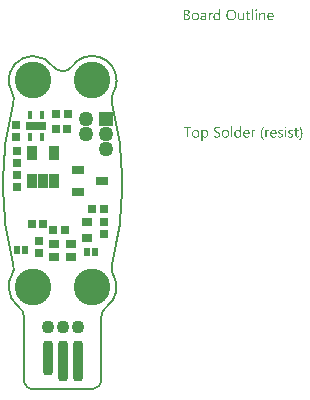
<source format=gts>
G04*
G04 #@! TF.GenerationSoftware,Altium Limited,Altium Designer,21.9.2 (33)*
G04*
G04 Layer_Color=8388736*
%FSAX25Y25*%
%MOIN*%
G70*
G04*
G04 #@! TF.SameCoordinates,22CECA58-678C-4C5F-B68D-3DF83B2D247A*
G04*
G04*
G04 #@! TF.FilePolarity,Negative*
G04*
G01*
G75*
%ADD13C,0.00787*%
%ADD24R,0.01968X0.03150*%
G04:AMPARAMS|DCode=25|XSize=35.43mil|YSize=135.83mil|CornerRadius=13.82mil|HoleSize=0mil|Usage=FLASHONLY|Rotation=0.000|XOffset=0mil|YOffset=0mil|HoleType=Round|Shape=RoundedRectangle|*
%AMROUNDEDRECTD25*
21,1,0.03543,0.10819,0,0,0.0*
21,1,0.00780,0.13583,0,0,0.0*
1,1,0.02764,0.00390,-0.05409*
1,1,0.02764,-0.00390,-0.05409*
1,1,0.02764,-0.00390,0.05409*
1,1,0.02764,0.00390,0.05409*
%
%ADD25ROUNDEDRECTD25*%
G04:AMPARAMS|DCode=26|XSize=35.43mil|YSize=116.14mil|CornerRadius=13.82mil|HoleSize=0mil|Usage=FLASHONLY|Rotation=0.000|XOffset=0mil|YOffset=0mil|HoleType=Round|Shape=RoundedRectangle|*
%AMROUNDEDRECTD26*
21,1,0.03543,0.08850,0,0,0.0*
21,1,0.00780,0.11614,0,0,0.0*
1,1,0.02764,0.00390,-0.04425*
1,1,0.02764,-0.00390,-0.04425*
1,1,0.02764,-0.00390,0.04425*
1,1,0.02764,0.00390,0.04425*
%
%ADD26ROUNDEDRECTD26*%
%ADD27R,0.03347X0.04528*%
%ADD28R,0.04134X0.02953*%
%ADD29R,0.03543X0.02953*%
%ADD30R,0.06693X0.03150*%
%ADD31R,0.01772X0.02559*%
%ADD32R,0.02756X0.02559*%
%ADD33R,0.02559X0.02756*%
%ADD34R,0.02756X0.02559*%
%ADD35R,0.03740X0.02953*%
%ADD36C,0.04331*%
%ADD37C,0.00591*%
%ADD38C,0.04961*%
%ADD39R,0.04961X0.04961*%
%ADD40C,0.12205*%
G36*
X0064563Y0102638D02*
X0064588D01*
X0064644Y0102613D01*
X0064675Y0102594D01*
X0064706Y0102569D01*
X0064712Y0102563D01*
X0064718Y0102557D01*
X0064749Y0102520D01*
X0064774Y0102458D01*
X0064780Y0102421D01*
X0064786Y0102384D01*
Y0102377D01*
Y0102365D01*
X0064780Y0102347D01*
X0064774Y0102322D01*
X0064755Y0102260D01*
X0064731Y0102229D01*
X0064706Y0102198D01*
X0064700D01*
X0064693Y0102186D01*
X0064656Y0102161D01*
X0064601Y0102136D01*
X0064563Y0102130D01*
X0064526Y0102124D01*
X0064508D01*
X0064489Y0102130D01*
X0064464D01*
X0064403Y0102155D01*
X0064372Y0102167D01*
X0064341Y0102192D01*
Y0102198D01*
X0064328Y0102204D01*
X0064316Y0102223D01*
X0064303Y0102241D01*
X0064279Y0102303D01*
X0064272Y0102340D01*
X0064266Y0102384D01*
Y0102390D01*
Y0102402D01*
X0064272Y0102421D01*
X0064279Y0102452D01*
X0064297Y0102507D01*
X0064316Y0102539D01*
X0064341Y0102569D01*
X0064347Y0102576D01*
X0064353Y0102582D01*
X0064390Y0102607D01*
X0064452Y0102631D01*
X0064489Y0102644D01*
X0064545D01*
X0064563Y0102638D01*
D02*
G37*
G36*
X0052573Y0098973D02*
X0052171D01*
Y0099394D01*
X0052159D01*
Y0099388D01*
X0052146Y0099375D01*
X0052128Y0099351D01*
X0052109Y0099320D01*
X0052078Y0099282D01*
X0052041Y0099245D01*
X0051998Y0099202D01*
X0051948Y0099159D01*
X0051893Y0099109D01*
X0051824Y0099066D01*
X0051756Y0099029D01*
X0051676Y0098992D01*
X0051595Y0098961D01*
X0051503Y0098936D01*
X0051403Y0098923D01*
X0051298Y0098917D01*
X0051255D01*
X0051218Y0098923D01*
X0051181Y0098930D01*
X0051131Y0098936D01*
X0051026Y0098961D01*
X0050902Y0098998D01*
X0050778Y0099060D01*
X0050710Y0099097D01*
X0050655Y0099140D01*
X0050593Y0099196D01*
X0050537Y0099252D01*
Y0099258D01*
X0050524Y0099270D01*
X0050512Y0099289D01*
X0050494Y0099313D01*
X0050475Y0099344D01*
X0050450Y0099388D01*
X0050425Y0099437D01*
X0050401Y0099493D01*
X0050370Y0099555D01*
X0050345Y0099623D01*
X0050320Y0099697D01*
X0050302Y0099778D01*
X0050283Y0099864D01*
X0050271Y0099963D01*
X0050265Y0100063D01*
X0050258Y0100168D01*
Y0100174D01*
Y0100192D01*
Y0100230D01*
X0050265Y0100273D01*
X0050271Y0100322D01*
X0050277Y0100384D01*
X0050283Y0100452D01*
X0050296Y0100527D01*
X0050333Y0100688D01*
X0050388Y0100855D01*
X0050425Y0100935D01*
X0050469Y0101016D01*
X0050512Y0101090D01*
X0050568Y0101164D01*
X0050574Y0101171D01*
X0050580Y0101183D01*
X0050599Y0101201D01*
X0050624Y0101226D01*
X0050655Y0101251D01*
X0050698Y0101282D01*
X0050741Y0101319D01*
X0050791Y0101356D01*
X0050915Y0101424D01*
X0051057Y0101486D01*
X0051137Y0101505D01*
X0051224Y0101523D01*
X0051311Y0101536D01*
X0051410Y0101542D01*
X0051459D01*
X0051496Y0101536D01*
X0051534Y0101530D01*
X0051583Y0101523D01*
X0051694Y0101492D01*
X0051818Y0101443D01*
X0051880Y0101412D01*
X0051942Y0101369D01*
X0052004Y0101325D01*
X0052060Y0101269D01*
X0052109Y0101208D01*
X0052159Y0101133D01*
X0052171D01*
Y0102693D01*
X0052573D01*
Y0098973D01*
D02*
G37*
G36*
X0066841Y0101536D02*
X0066916Y0101530D01*
X0067009Y0101511D01*
X0067107Y0101480D01*
X0067213Y0101430D01*
X0067318Y0101362D01*
X0067361Y0101325D01*
X0067405Y0101276D01*
X0067417Y0101263D01*
X0067442Y0101226D01*
X0067473Y0101164D01*
X0067516Y0101078D01*
X0067553Y0100972D01*
X0067590Y0100842D01*
X0067615Y0100688D01*
X0067621Y0100508D01*
Y0098973D01*
X0067219D01*
Y0100403D01*
Y0100409D01*
Y0100440D01*
X0067213Y0100477D01*
Y0100527D01*
X0067200Y0100589D01*
X0067188Y0100657D01*
X0067169Y0100731D01*
X0067145Y0100805D01*
X0067114Y0100880D01*
X0067077Y0100948D01*
X0067027Y0101016D01*
X0066971Y0101078D01*
X0066909Y0101127D01*
X0066829Y0101164D01*
X0066742Y0101195D01*
X0066637Y0101201D01*
X0066625D01*
X0066588Y0101195D01*
X0066532Y0101189D01*
X0066464Y0101171D01*
X0066383Y0101146D01*
X0066297Y0101102D01*
X0066216Y0101047D01*
X0066136Y0100972D01*
X0066129Y0100960D01*
X0066105Y0100935D01*
X0066074Y0100886D01*
X0066037Y0100818D01*
X0066000Y0100737D01*
X0065969Y0100638D01*
X0065944Y0100527D01*
X0065938Y0100403D01*
Y0098973D01*
X0065535D01*
Y0101486D01*
X0065938D01*
Y0101065D01*
X0065950D01*
X0065956Y0101072D01*
X0065962Y0101084D01*
X0065981Y0101109D01*
X0066006Y0101139D01*
X0066030Y0101177D01*
X0066068Y0101214D01*
X0066111Y0101257D01*
X0066160Y0101307D01*
X0066216Y0101350D01*
X0066278Y0101393D01*
X0066346Y0101430D01*
X0066420Y0101468D01*
X0066495Y0101499D01*
X0066581Y0101523D01*
X0066674Y0101536D01*
X0066773Y0101542D01*
X0066810D01*
X0066841Y0101536D01*
D02*
G37*
G36*
X0049844Y0101523D02*
X0049918Y0101517D01*
X0049961Y0101505D01*
X0049992Y0101492D01*
Y0101078D01*
X0049986Y0101084D01*
X0049974Y0101090D01*
X0049949Y0101102D01*
X0049918Y0101121D01*
X0049874Y0101133D01*
X0049819Y0101146D01*
X0049757Y0101152D01*
X0049689Y0101158D01*
X0049676D01*
X0049646Y0101152D01*
X0049596Y0101146D01*
X0049540Y0101127D01*
X0049466Y0101096D01*
X0049398Y0101053D01*
X0049324Y0100991D01*
X0049255Y0100910D01*
X0049249Y0100898D01*
X0049231Y0100867D01*
X0049200Y0100812D01*
X0049169Y0100737D01*
X0049138Y0100644D01*
X0049107Y0100527D01*
X0049088Y0100397D01*
X0049082Y0100248D01*
Y0098973D01*
X0048680D01*
Y0101486D01*
X0049082D01*
Y0100966D01*
X0049095D01*
Y0100972D01*
X0049101Y0100979D01*
X0049113Y0101010D01*
X0049132Y0101059D01*
X0049163Y0101121D01*
X0049194Y0101183D01*
X0049243Y0101251D01*
X0049293Y0101319D01*
X0049355Y0101381D01*
X0049361Y0101387D01*
X0049385Y0101406D01*
X0049423Y0101430D01*
X0049472Y0101455D01*
X0049528Y0101480D01*
X0049596Y0101505D01*
X0049670Y0101523D01*
X0049751Y0101530D01*
X0049806D01*
X0049844Y0101523D01*
D02*
G37*
G36*
X0060583Y0098973D02*
X0060181D01*
Y0099369D01*
X0060168D01*
Y0099363D01*
X0060156Y0099351D01*
X0060144Y0099326D01*
X0060119Y0099301D01*
X0060063Y0099227D01*
X0059977Y0099146D01*
X0059927Y0099103D01*
X0059871Y0099060D01*
X0059809Y0099023D01*
X0059735Y0098985D01*
X0059661Y0098961D01*
X0059580Y0098936D01*
X0059488Y0098923D01*
X0059395Y0098917D01*
X0059358D01*
X0059314Y0098923D01*
X0059252Y0098936D01*
X0059184Y0098948D01*
X0059110Y0098973D01*
X0059030Y0099004D01*
X0058949Y0099054D01*
X0058862Y0099109D01*
X0058782Y0099177D01*
X0058708Y0099264D01*
X0058640Y0099369D01*
X0058578Y0099487D01*
X0058534Y0099629D01*
X0058510Y0099796D01*
X0058497Y0099883D01*
Y0099982D01*
Y0101486D01*
X0058893D01*
Y0100044D01*
Y0100038D01*
Y0100013D01*
X0058900Y0099970D01*
X0058906Y0099920D01*
X0058912Y0099858D01*
X0058924Y0099796D01*
X0058943Y0099722D01*
X0058968Y0099648D01*
X0059005Y0099573D01*
X0059042Y0099505D01*
X0059092Y0099437D01*
X0059153Y0099375D01*
X0059222Y0099326D01*
X0059302Y0099289D01*
X0059401Y0099258D01*
X0059506Y0099252D01*
X0059519D01*
X0059556Y0099258D01*
X0059611Y0099264D01*
X0059673Y0099276D01*
X0059754Y0099307D01*
X0059834Y0099344D01*
X0059915Y0099394D01*
X0059989Y0099468D01*
X0059995Y0099481D01*
X0060020Y0099505D01*
X0060051Y0099555D01*
X0060088Y0099623D01*
X0060119Y0099704D01*
X0060150Y0099803D01*
X0060175Y0099914D01*
X0060181Y0100038D01*
Y0101486D01*
X0060583D01*
Y0098973D01*
D02*
G37*
G36*
X0064718D02*
X0064316D01*
Y0101486D01*
X0064718D01*
Y0098973D01*
D02*
G37*
G36*
X0063499D02*
X0063096D01*
Y0102693D01*
X0063499D01*
Y0098973D01*
D02*
G37*
G36*
X0047120Y0101536D02*
X0047176Y0101530D01*
X0047244Y0101511D01*
X0047318Y0101492D01*
X0047399Y0101461D01*
X0047485Y0101424D01*
X0047566Y0101375D01*
X0047646Y0101313D01*
X0047720Y0101239D01*
X0047789Y0101146D01*
X0047844Y0101040D01*
X0047888Y0100917D01*
X0047912Y0100774D01*
X0047925Y0100607D01*
Y0098973D01*
X0047522D01*
Y0099363D01*
X0047510D01*
Y0099357D01*
X0047498Y0099344D01*
X0047485Y0099320D01*
X0047460Y0099295D01*
X0047399Y0099221D01*
X0047318Y0099140D01*
X0047207Y0099060D01*
X0047077Y0098985D01*
X0046996Y0098961D01*
X0046916Y0098936D01*
X0046829Y0098923D01*
X0046736Y0098917D01*
X0046699D01*
X0046674Y0098923D01*
X0046606Y0098930D01*
X0046526Y0098942D01*
X0046427Y0098967D01*
X0046334Y0098998D01*
X0046235Y0099047D01*
X0046148Y0099109D01*
X0046142Y0099122D01*
X0046117Y0099146D01*
X0046080Y0099190D01*
X0046043Y0099252D01*
X0046006Y0099326D01*
X0045969Y0099413D01*
X0045944Y0099518D01*
X0045938Y0099635D01*
Y0099642D01*
Y0099666D01*
X0045944Y0099704D01*
X0045950Y0099747D01*
X0045963Y0099803D01*
X0045981Y0099864D01*
X0046006Y0099932D01*
X0046043Y0100001D01*
X0046086Y0100075D01*
X0046142Y0100149D01*
X0046210Y0100217D01*
X0046290Y0100279D01*
X0046383Y0100341D01*
X0046495Y0100391D01*
X0046619Y0100428D01*
X0046767Y0100459D01*
X0047522Y0100564D01*
Y0100570D01*
Y0100589D01*
X0047516Y0100626D01*
Y0100663D01*
X0047504Y0100712D01*
X0047498Y0100768D01*
X0047460Y0100886D01*
X0047429Y0100942D01*
X0047399Y0100997D01*
X0047355Y0101053D01*
X0047306Y0101102D01*
X0047244Y0101146D01*
X0047176Y0101177D01*
X0047095Y0101195D01*
X0047002Y0101201D01*
X0046959D01*
X0046928Y0101195D01*
X0046885D01*
X0046841Y0101183D01*
X0046730Y0101164D01*
X0046606Y0101127D01*
X0046470Y0101072D01*
X0046396Y0101034D01*
X0046328Y0100997D01*
X0046253Y0100948D01*
X0046185Y0100892D01*
Y0101307D01*
X0046191D01*
X0046204Y0101319D01*
X0046222Y0101331D01*
X0046253Y0101344D01*
X0046284Y0101362D01*
X0046328Y0101381D01*
X0046377Y0101400D01*
X0046433Y0101424D01*
X0046557Y0101468D01*
X0046705Y0101505D01*
X0046866Y0101530D01*
X0047039Y0101542D01*
X0047077D01*
X0047120Y0101536D01*
D02*
G37*
G36*
X0041431Y0102483D02*
X0041475D01*
X0041518Y0102477D01*
X0041617Y0102464D01*
X0041735Y0102433D01*
X0041859Y0102396D01*
X0041976Y0102340D01*
X0042081Y0102266D01*
X0042088D01*
X0042094Y0102254D01*
X0042125Y0102229D01*
X0042168Y0102180D01*
X0042217Y0102111D01*
X0042261Y0102025D01*
X0042304Y0101926D01*
X0042335Y0101814D01*
X0042347Y0101752D01*
Y0101684D01*
Y0101678D01*
Y0101672D01*
Y0101635D01*
X0042341Y0101579D01*
X0042329Y0101511D01*
X0042310Y0101424D01*
X0042279Y0101338D01*
X0042242Y0101251D01*
X0042187Y0101164D01*
X0042180Y0101152D01*
X0042156Y0101127D01*
X0042118Y0101090D01*
X0042069Y0101040D01*
X0042007Y0100991D01*
X0041933Y0100935D01*
X0041840Y0100892D01*
X0041741Y0100849D01*
Y0100842D01*
X0041759D01*
X0041778Y0100836D01*
X0041797Y0100830D01*
X0041865Y0100818D01*
X0041945Y0100793D01*
X0042032Y0100756D01*
X0042125Y0100712D01*
X0042217Y0100651D01*
X0042304Y0100570D01*
X0042317Y0100558D01*
X0042341Y0100527D01*
X0042372Y0100483D01*
X0042416Y0100415D01*
X0042453Y0100329D01*
X0042490Y0100230D01*
X0042515Y0100112D01*
X0042521Y0099982D01*
Y0099976D01*
Y0099963D01*
Y0099939D01*
X0042515Y0099908D01*
X0042508Y0099871D01*
X0042502Y0099827D01*
X0042478Y0099722D01*
X0042440Y0099604D01*
X0042385Y0099481D01*
X0042347Y0099425D01*
X0042304Y0099363D01*
X0042248Y0099307D01*
X0042193Y0099252D01*
X0042187D01*
X0042180Y0099239D01*
X0042162Y0099227D01*
X0042137Y0099208D01*
X0042106Y0099190D01*
X0042063Y0099165D01*
X0041970Y0099115D01*
X0041852Y0099060D01*
X0041716Y0099016D01*
X0041555Y0098985D01*
X0041475Y0098979D01*
X0041382Y0098973D01*
X0040354D01*
Y0102489D01*
X0041400D01*
X0041431Y0102483D01*
D02*
G37*
G36*
X0061927Y0101486D02*
X0062564D01*
Y0101139D01*
X0061927D01*
Y0099722D01*
Y0099710D01*
Y0099679D01*
X0061933Y0099635D01*
X0061939Y0099580D01*
X0061964Y0099462D01*
X0061982Y0099406D01*
X0062013Y0099363D01*
X0062019Y0099357D01*
X0062032Y0099344D01*
X0062050Y0099332D01*
X0062081Y0099313D01*
X0062118Y0099289D01*
X0062168Y0099276D01*
X0062230Y0099264D01*
X0062298Y0099258D01*
X0062323D01*
X0062354Y0099264D01*
X0062391Y0099270D01*
X0062477Y0099295D01*
X0062521Y0099313D01*
X0062564Y0099338D01*
Y0098992D01*
X0062558D01*
X0062539Y0098979D01*
X0062508Y0098973D01*
X0062465Y0098961D01*
X0062409Y0098948D01*
X0062347Y0098936D01*
X0062273Y0098930D01*
X0062186Y0098923D01*
X0062155D01*
X0062125Y0098930D01*
X0062081Y0098936D01*
X0062032Y0098948D01*
X0061976Y0098961D01*
X0061920Y0098985D01*
X0061858Y0099016D01*
X0061796Y0099054D01*
X0061735Y0099103D01*
X0061679Y0099159D01*
X0061629Y0099233D01*
X0061586Y0099313D01*
X0061555Y0099413D01*
X0061530Y0099524D01*
X0061524Y0099654D01*
Y0101139D01*
X0061097D01*
Y0101486D01*
X0061524D01*
Y0102099D01*
X0061927Y0102229D01*
Y0101486D01*
D02*
G37*
G36*
X0069454Y0101536D02*
X0069497Y0101530D01*
X0069540Y0101523D01*
X0069652Y0101505D01*
X0069775Y0101461D01*
X0069899Y0101406D01*
X0069961Y0101369D01*
X0070023Y0101325D01*
X0070079Y0101276D01*
X0070134Y0101220D01*
X0070141Y0101214D01*
X0070147Y0101208D01*
X0070159Y0101189D01*
X0070178Y0101164D01*
X0070196Y0101127D01*
X0070221Y0101090D01*
X0070246Y0101047D01*
X0070271Y0100991D01*
X0070295Y0100929D01*
X0070320Y0100867D01*
X0070345Y0100793D01*
X0070363Y0100712D01*
X0070382Y0100626D01*
X0070394Y0100539D01*
X0070407Y0100440D01*
Y0100335D01*
Y0100124D01*
X0068630D01*
Y0100118D01*
Y0100106D01*
Y0100087D01*
X0068636Y0100056D01*
X0068643Y0100019D01*
Y0099982D01*
X0068661Y0099883D01*
X0068692Y0099784D01*
X0068729Y0099673D01*
X0068785Y0099567D01*
X0068853Y0099474D01*
X0068866Y0099462D01*
X0068890Y0099437D01*
X0068940Y0099406D01*
X0069008Y0099363D01*
X0069095Y0099320D01*
X0069194Y0099289D01*
X0069311Y0099264D01*
X0069447Y0099252D01*
X0069491D01*
X0069522Y0099258D01*
X0069559D01*
X0069602Y0099264D01*
X0069707Y0099289D01*
X0069825Y0099320D01*
X0069955Y0099369D01*
X0070091Y0099437D01*
X0070159Y0099481D01*
X0070227Y0099530D01*
Y0099152D01*
X0070221D01*
X0070215Y0099140D01*
X0070196Y0099134D01*
X0070165Y0099115D01*
X0070134Y0099097D01*
X0070097Y0099078D01*
X0070048Y0099060D01*
X0069998Y0099035D01*
X0069936Y0099010D01*
X0069868Y0098992D01*
X0069720Y0098954D01*
X0069546Y0098930D01*
X0069354Y0098917D01*
X0069305D01*
X0069268Y0098923D01*
X0069225Y0098930D01*
X0069169Y0098936D01*
X0069051Y0098961D01*
X0068915Y0098998D01*
X0068779Y0099060D01*
X0068711Y0099103D01*
X0068643Y0099146D01*
X0068581Y0099196D01*
X0068519Y0099258D01*
X0068513Y0099264D01*
X0068506Y0099276D01*
X0068494Y0099295D01*
X0068469Y0099320D01*
X0068451Y0099357D01*
X0068426Y0099400D01*
X0068395Y0099450D01*
X0068370Y0099505D01*
X0068339Y0099567D01*
X0068315Y0099642D01*
X0068284Y0099722D01*
X0068265Y0099809D01*
X0068247Y0099901D01*
X0068228Y0100001D01*
X0068222Y0100106D01*
X0068216Y0100217D01*
Y0100223D01*
Y0100242D01*
Y0100273D01*
X0068222Y0100316D01*
X0068228Y0100366D01*
X0068234Y0100422D01*
X0068240Y0100490D01*
X0068259Y0100558D01*
X0068296Y0100706D01*
X0068352Y0100867D01*
X0068389Y0100948D01*
X0068438Y0101022D01*
X0068488Y0101102D01*
X0068544Y0101171D01*
X0068550Y0101177D01*
X0068562Y0101189D01*
X0068581Y0101208D01*
X0068606Y0101226D01*
X0068636Y0101257D01*
X0068674Y0101288D01*
X0068723Y0101319D01*
X0068773Y0101356D01*
X0068890Y0101424D01*
X0069033Y0101486D01*
X0069113Y0101505D01*
X0069194Y0101523D01*
X0069280Y0101536D01*
X0069373Y0101542D01*
X0069423D01*
X0069454Y0101536D01*
D02*
G37*
G36*
X0056411Y0102545D02*
X0056473Y0102539D01*
X0056547Y0102526D01*
X0056628Y0102507D01*
X0056714Y0102489D01*
X0056801Y0102464D01*
X0056900Y0102433D01*
X0056993Y0102390D01*
X0057092Y0102340D01*
X0057191Y0102285D01*
X0057284Y0102217D01*
X0057377Y0102142D01*
X0057464Y0102056D01*
X0057470Y0102050D01*
X0057482Y0102031D01*
X0057507Y0102006D01*
X0057532Y0101969D01*
X0057569Y0101919D01*
X0057606Y0101858D01*
X0057643Y0101789D01*
X0057686Y0101715D01*
X0057730Y0101622D01*
X0057767Y0101530D01*
X0057804Y0101424D01*
X0057841Y0101307D01*
X0057866Y0101189D01*
X0057891Y0101059D01*
X0057903Y0100917D01*
X0057909Y0100774D01*
Y0100762D01*
Y0100737D01*
Y0100694D01*
X0057903Y0100632D01*
X0057897Y0100558D01*
X0057884Y0100477D01*
X0057872Y0100384D01*
X0057854Y0100279D01*
X0057829Y0100174D01*
X0057798Y0100063D01*
X0057761Y0099951D01*
X0057717Y0099840D01*
X0057662Y0099722D01*
X0057600Y0099617D01*
X0057532Y0099512D01*
X0057451Y0099413D01*
X0057445Y0099406D01*
X0057433Y0099394D01*
X0057402Y0099369D01*
X0057371Y0099338D01*
X0057321Y0099295D01*
X0057265Y0099258D01*
X0057204Y0099208D01*
X0057129Y0099165D01*
X0057049Y0099122D01*
X0056956Y0099072D01*
X0056857Y0099035D01*
X0056745Y0098998D01*
X0056628Y0098961D01*
X0056504Y0098936D01*
X0056374Y0098923D01*
X0056232Y0098917D01*
X0056201D01*
X0056157Y0098923D01*
X0056108D01*
X0056046Y0098930D01*
X0055972Y0098942D01*
X0055891Y0098961D01*
X0055798Y0098979D01*
X0055705Y0099004D01*
X0055607Y0099035D01*
X0055507Y0099078D01*
X0055408Y0099122D01*
X0055309Y0099177D01*
X0055210Y0099245D01*
X0055117Y0099320D01*
X0055031Y0099406D01*
X0055025Y0099413D01*
X0055012Y0099431D01*
X0054988Y0099456D01*
X0054963Y0099493D01*
X0054926Y0099542D01*
X0054888Y0099604D01*
X0054851Y0099673D01*
X0054808Y0099753D01*
X0054765Y0099840D01*
X0054728Y0099932D01*
X0054690Y0100038D01*
X0054653Y0100155D01*
X0054628Y0100273D01*
X0054604Y0100403D01*
X0054591Y0100545D01*
X0054585Y0100688D01*
Y0100700D01*
Y0100725D01*
X0054591Y0100768D01*
Y0100830D01*
X0054598Y0100898D01*
X0054610Y0100985D01*
X0054622Y0101078D01*
X0054641Y0101177D01*
X0054666Y0101282D01*
X0054697Y0101393D01*
X0054734Y0101505D01*
X0054777Y0101616D01*
X0054833Y0101728D01*
X0054895Y0101839D01*
X0054963Y0101944D01*
X0055043Y0102043D01*
X0055049Y0102050D01*
X0055062Y0102068D01*
X0055093Y0102093D01*
X0055130Y0102124D01*
X0055173Y0102161D01*
X0055229Y0102204D01*
X0055297Y0102248D01*
X0055371Y0102297D01*
X0055458Y0102347D01*
X0055551Y0102390D01*
X0055650Y0102433D01*
X0055761Y0102470D01*
X0055885Y0102501D01*
X0056015Y0102532D01*
X0056151Y0102545D01*
X0056294Y0102551D01*
X0056362D01*
X0056411Y0102545D01*
D02*
G37*
G36*
X0044384Y0101536D02*
X0044427Y0101530D01*
X0044483Y0101523D01*
X0044607Y0101499D01*
X0044749Y0101455D01*
X0044892Y0101393D01*
X0044966Y0101356D01*
X0045034Y0101313D01*
X0045102Y0101257D01*
X0045164Y0101195D01*
X0045170Y0101189D01*
X0045176Y0101177D01*
X0045195Y0101158D01*
X0045213Y0101133D01*
X0045238Y0101096D01*
X0045263Y0101053D01*
X0045294Y0101003D01*
X0045325Y0100948D01*
X0045350Y0100880D01*
X0045381Y0100812D01*
X0045405Y0100731D01*
X0045430Y0100644D01*
X0045449Y0100551D01*
X0045467Y0100452D01*
X0045474Y0100347D01*
X0045480Y0100236D01*
Y0100230D01*
Y0100211D01*
Y0100180D01*
X0045474Y0100137D01*
X0045467Y0100087D01*
X0045461Y0100025D01*
X0045449Y0099963D01*
X0045436Y0099889D01*
X0045399Y0099741D01*
X0045337Y0099580D01*
X0045300Y0099499D01*
X0045251Y0099419D01*
X0045201Y0099344D01*
X0045139Y0099276D01*
X0045133Y0099270D01*
X0045121Y0099264D01*
X0045102Y0099245D01*
X0045077Y0099221D01*
X0045040Y0099196D01*
X0045003Y0099165D01*
X0044954Y0099128D01*
X0044898Y0099097D01*
X0044836Y0099066D01*
X0044768Y0099029D01*
X0044693Y0098998D01*
X0044613Y0098973D01*
X0044526Y0098948D01*
X0044434Y0098936D01*
X0044335Y0098923D01*
X0044229Y0098917D01*
X0044174D01*
X0044136Y0098923D01*
X0044093Y0098930D01*
X0044037Y0098936D01*
X0043975Y0098948D01*
X0043907Y0098961D01*
X0043765Y0099004D01*
X0043617Y0099066D01*
X0043542Y0099103D01*
X0043474Y0099152D01*
X0043406Y0099202D01*
X0043338Y0099264D01*
X0043332Y0099270D01*
X0043325Y0099282D01*
X0043307Y0099301D01*
X0043288Y0099326D01*
X0043264Y0099363D01*
X0043233Y0099406D01*
X0043202Y0099456D01*
X0043177Y0099512D01*
X0043146Y0099580D01*
X0043115Y0099648D01*
X0043084Y0099722D01*
X0043059Y0099809D01*
X0043022Y0099994D01*
X0043016Y0100093D01*
X0043010Y0100199D01*
Y0100205D01*
Y0100230D01*
Y0100261D01*
X0043016Y0100304D01*
X0043022Y0100353D01*
X0043028Y0100415D01*
X0043041Y0100483D01*
X0043053Y0100558D01*
X0043090Y0100719D01*
X0043152Y0100880D01*
X0043196Y0100960D01*
X0043239Y0101040D01*
X0043288Y0101115D01*
X0043350Y0101183D01*
X0043356Y0101189D01*
X0043369Y0101201D01*
X0043387Y0101214D01*
X0043412Y0101239D01*
X0043449Y0101263D01*
X0043493Y0101294D01*
X0043542Y0101331D01*
X0043598Y0101362D01*
X0043660Y0101393D01*
X0043734Y0101430D01*
X0043808Y0101461D01*
X0043895Y0101486D01*
X0043982Y0101511D01*
X0044081Y0101530D01*
X0044186Y0101536D01*
X0044291Y0101542D01*
X0044347D01*
X0044384Y0101536D01*
D02*
G37*
G36*
X0074381Y0063576D02*
X0074405D01*
X0074461Y0063551D01*
X0074492Y0063532D01*
X0074523Y0063508D01*
X0074529Y0063501D01*
X0074536Y0063495D01*
X0074567Y0063458D01*
X0074591Y0063396D01*
X0074597Y0063359D01*
X0074604Y0063322D01*
Y0063316D01*
Y0063303D01*
X0074597Y0063285D01*
X0074591Y0063260D01*
X0074573Y0063198D01*
X0074548Y0063167D01*
X0074523Y0063136D01*
X0074517D01*
X0074511Y0063124D01*
X0074474Y0063099D01*
X0074418Y0063074D01*
X0074381Y0063068D01*
X0074344Y0063062D01*
X0074325D01*
X0074306Y0063068D01*
X0074282D01*
X0074220Y0063093D01*
X0074189Y0063105D01*
X0074158Y0063130D01*
Y0063136D01*
X0074146Y0063142D01*
X0074133Y0063161D01*
X0074121Y0063179D01*
X0074096Y0063241D01*
X0074090Y0063279D01*
X0074084Y0063322D01*
Y0063328D01*
Y0063340D01*
X0074090Y0063359D01*
X0074096Y0063390D01*
X0074115Y0063446D01*
X0074133Y0063477D01*
X0074158Y0063508D01*
X0074164Y0063514D01*
X0074170Y0063520D01*
X0074207Y0063545D01*
X0074269Y0063569D01*
X0074306Y0063582D01*
X0074362D01*
X0074381Y0063576D01*
D02*
G37*
G36*
X0051812Y0063483D02*
X0051862D01*
X0051973Y0063470D01*
X0052097Y0063458D01*
X0052221Y0063433D01*
X0052338Y0063402D01*
X0052388Y0063384D01*
X0052437Y0063359D01*
Y0062895D01*
X0052431D01*
X0052425Y0062907D01*
X0052406Y0062913D01*
X0052381Y0062932D01*
X0052350Y0062944D01*
X0052313Y0062963D01*
X0052221Y0063006D01*
X0052109Y0063043D01*
X0051973Y0063081D01*
X0051812Y0063105D01*
X0051639Y0063111D01*
X0051589D01*
X0051552Y0063105D01*
X0051515D01*
X0051465Y0063099D01*
X0051366Y0063081D01*
X0051360D01*
X0051342Y0063074D01*
X0051317Y0063068D01*
X0051286Y0063062D01*
X0051212Y0063031D01*
X0051125Y0062994D01*
X0051119D01*
X0051106Y0062981D01*
X0051088Y0062969D01*
X0051063Y0062950D01*
X0051007Y0062895D01*
X0050952Y0062827D01*
Y0062821D01*
X0050939Y0062808D01*
X0050933Y0062789D01*
X0050921Y0062759D01*
X0050908Y0062722D01*
X0050902Y0062684D01*
X0050890Y0062585D01*
Y0062579D01*
Y0062560D01*
Y0062536D01*
X0050896Y0062505D01*
X0050908Y0062431D01*
X0050939Y0062350D01*
Y0062344D01*
X0050952Y0062331D01*
X0050958Y0062313D01*
X0050976Y0062288D01*
X0051026Y0062232D01*
X0051088Y0062170D01*
X0051094Y0062164D01*
X0051106Y0062158D01*
X0051125Y0062140D01*
X0051156Y0062121D01*
X0051193Y0062096D01*
X0051230Y0062072D01*
X0051329Y0062010D01*
X0051335Y0062003D01*
X0051354Y0061997D01*
X0051385Y0061979D01*
X0051422Y0061960D01*
X0051472Y0061935D01*
X0051527Y0061911D01*
X0051651Y0061849D01*
X0051657Y0061843D01*
X0051682Y0061830D01*
X0051719Y0061812D01*
X0051769Y0061787D01*
X0051824Y0061762D01*
X0051886Y0061725D01*
X0052010Y0061651D01*
X0052016Y0061644D01*
X0052041Y0061632D01*
X0052072Y0061613D01*
X0052115Y0061582D01*
X0052208Y0061508D01*
X0052307Y0061422D01*
X0052313Y0061415D01*
X0052332Y0061403D01*
X0052350Y0061372D01*
X0052381Y0061341D01*
X0052412Y0061298D01*
X0052450Y0061254D01*
X0052512Y0061143D01*
X0052518Y0061137D01*
X0052524Y0061118D01*
X0052536Y0061087D01*
X0052549Y0061044D01*
X0052561Y0060994D01*
X0052573Y0060932D01*
X0052586Y0060871D01*
Y0060796D01*
Y0060784D01*
Y0060753D01*
X0052580Y0060703D01*
X0052573Y0060642D01*
X0052561Y0060574D01*
X0052542Y0060499D01*
X0052518Y0060425D01*
X0052481Y0060357D01*
X0052474Y0060351D01*
X0052462Y0060326D01*
X0052437Y0060295D01*
X0052412Y0060252D01*
X0052369Y0060208D01*
X0052326Y0060159D01*
X0052270Y0060109D01*
X0052208Y0060060D01*
X0052202Y0060054D01*
X0052177Y0060041D01*
X0052140Y0060023D01*
X0052091Y0059998D01*
X0052035Y0059973D01*
X0051967Y0059948D01*
X0051886Y0059924D01*
X0051806Y0059905D01*
X0051793D01*
X0051769Y0059899D01*
X0051725Y0059893D01*
X0051664Y0059880D01*
X0051595Y0059874D01*
X0051515Y0059862D01*
X0051428Y0059856D01*
X0051280D01*
X0051212Y0059862D01*
X0051125Y0059868D01*
X0051106D01*
X0051082Y0059874D01*
X0051051Y0059880D01*
X0050970Y0059886D01*
X0050877Y0059905D01*
X0050871D01*
X0050853Y0059911D01*
X0050828Y0059917D01*
X0050797Y0059924D01*
X0050723Y0059942D01*
X0050636Y0059967D01*
X0050630D01*
X0050617Y0059973D01*
X0050599Y0059979D01*
X0050574Y0059992D01*
X0050512Y0060016D01*
X0050450Y0060054D01*
Y0060536D01*
X0050456Y0060530D01*
X0050469Y0060524D01*
X0050481Y0060512D01*
X0050506Y0060493D01*
X0050574Y0060450D01*
X0050655Y0060400D01*
X0050661D01*
X0050673Y0060394D01*
X0050698Y0060382D01*
X0050729Y0060369D01*
X0050809Y0060332D01*
X0050896Y0060301D01*
X0050902D01*
X0050921Y0060295D01*
X0050945Y0060289D01*
X0050976Y0060283D01*
X0051063Y0060258D01*
X0051156Y0060239D01*
X0051181D01*
X0051205Y0060233D01*
X0051236D01*
X0051311Y0060227D01*
X0051397Y0060221D01*
X0051459D01*
X0051527Y0060227D01*
X0051614Y0060239D01*
X0051707Y0060252D01*
X0051800Y0060276D01*
X0051886Y0060313D01*
X0051967Y0060357D01*
X0051973Y0060363D01*
X0051998Y0060382D01*
X0052029Y0060419D01*
X0052060Y0060462D01*
X0052097Y0060518D01*
X0052122Y0060592D01*
X0052146Y0060673D01*
X0052153Y0060765D01*
Y0060772D01*
Y0060790D01*
Y0060815D01*
X0052146Y0060852D01*
X0052128Y0060932D01*
X0052091Y0061013D01*
Y0061019D01*
X0052078Y0061032D01*
X0052066Y0061050D01*
X0052047Y0061075D01*
X0051991Y0061137D01*
X0051917Y0061205D01*
X0051911Y0061211D01*
X0051899Y0061224D01*
X0051874Y0061236D01*
X0051843Y0061261D01*
X0051806Y0061285D01*
X0051762Y0061316D01*
X0051657Y0061372D01*
X0051651Y0061378D01*
X0051632Y0061384D01*
X0051602Y0061403D01*
X0051558Y0061422D01*
X0051515Y0061453D01*
X0051459Y0061477D01*
X0051329Y0061545D01*
X0051323Y0061551D01*
X0051298Y0061564D01*
X0051261Y0061582D01*
X0051218Y0061601D01*
X0051168Y0061632D01*
X0051113Y0061663D01*
X0050989Y0061731D01*
X0050983Y0061737D01*
X0050964Y0061750D01*
X0050933Y0061768D01*
X0050896Y0061793D01*
X0050803Y0061861D01*
X0050710Y0061941D01*
X0050704Y0061948D01*
X0050692Y0061960D01*
X0050667Y0061985D01*
X0050642Y0062016D01*
X0050611Y0062059D01*
X0050580Y0062102D01*
X0050524Y0062201D01*
Y0062208D01*
X0050512Y0062226D01*
X0050506Y0062257D01*
X0050494Y0062300D01*
X0050481Y0062350D01*
X0050469Y0062412D01*
X0050463Y0062474D01*
X0050456Y0062548D01*
Y0062560D01*
Y0062591D01*
X0050463Y0062635D01*
X0050469Y0062691D01*
X0050481Y0062759D01*
X0050500Y0062827D01*
X0050524Y0062895D01*
X0050562Y0062963D01*
X0050568Y0062969D01*
X0050580Y0062994D01*
X0050605Y0063025D01*
X0050636Y0063068D01*
X0050673Y0063111D01*
X0050723Y0063161D01*
X0050778Y0063210D01*
X0050840Y0063254D01*
X0050846Y0063260D01*
X0050871Y0063272D01*
X0050908Y0063297D01*
X0050952Y0063322D01*
X0051013Y0063347D01*
X0051075Y0063378D01*
X0051150Y0063402D01*
X0051230Y0063427D01*
X0051243D01*
X0051267Y0063440D01*
X0051311Y0063446D01*
X0051372Y0063458D01*
X0051441Y0063470D01*
X0051515Y0063477D01*
X0051682Y0063489D01*
X0051769D01*
X0051812Y0063483D01*
D02*
G37*
G36*
X0059543Y0059911D02*
X0059141D01*
Y0060332D01*
X0059129D01*
Y0060326D01*
X0059116Y0060313D01*
X0059098Y0060289D01*
X0059079Y0060258D01*
X0059048Y0060221D01*
X0059011Y0060184D01*
X0058968Y0060140D01*
X0058918Y0060097D01*
X0058862Y0060047D01*
X0058794Y0060004D01*
X0058726Y0059967D01*
X0058646Y0059930D01*
X0058565Y0059899D01*
X0058473Y0059874D01*
X0058373Y0059862D01*
X0058268Y0059856D01*
X0058225D01*
X0058188Y0059862D01*
X0058151Y0059868D01*
X0058101Y0059874D01*
X0057996Y0059899D01*
X0057872Y0059936D01*
X0057748Y0059998D01*
X0057680Y0060035D01*
X0057624Y0060078D01*
X0057563Y0060134D01*
X0057507Y0060190D01*
Y0060196D01*
X0057494Y0060208D01*
X0057482Y0060227D01*
X0057464Y0060252D01*
X0057445Y0060283D01*
X0057420Y0060326D01*
X0057395Y0060375D01*
X0057371Y0060431D01*
X0057340Y0060493D01*
X0057315Y0060561D01*
X0057290Y0060635D01*
X0057272Y0060716D01*
X0057253Y0060803D01*
X0057241Y0060902D01*
X0057235Y0061001D01*
X0057228Y0061106D01*
Y0061112D01*
Y0061131D01*
Y0061168D01*
X0057235Y0061211D01*
X0057241Y0061261D01*
X0057247Y0061322D01*
X0057253Y0061391D01*
X0057265Y0061465D01*
X0057302Y0061626D01*
X0057358Y0061793D01*
X0057395Y0061873D01*
X0057439Y0061954D01*
X0057482Y0062028D01*
X0057538Y0062102D01*
X0057544Y0062109D01*
X0057550Y0062121D01*
X0057569Y0062140D01*
X0057594Y0062164D01*
X0057624Y0062189D01*
X0057668Y0062220D01*
X0057711Y0062257D01*
X0057761Y0062294D01*
X0057884Y0062362D01*
X0058027Y0062424D01*
X0058107Y0062443D01*
X0058194Y0062462D01*
X0058281Y0062474D01*
X0058380Y0062480D01*
X0058429D01*
X0058466Y0062474D01*
X0058503Y0062468D01*
X0058553Y0062462D01*
X0058664Y0062431D01*
X0058788Y0062381D01*
X0058850Y0062350D01*
X0058912Y0062307D01*
X0058974Y0062263D01*
X0059030Y0062208D01*
X0059079Y0062146D01*
X0059129Y0062072D01*
X0059141D01*
Y0063631D01*
X0059543D01*
Y0059911D01*
D02*
G37*
G36*
X0047597Y0062474D02*
X0047640Y0062468D01*
X0047683Y0062462D01*
X0047795Y0062437D01*
X0047918Y0062400D01*
X0048042Y0062338D01*
X0048104Y0062300D01*
X0048166Y0062251D01*
X0048222Y0062201D01*
X0048278Y0062140D01*
X0048284Y0062133D01*
X0048290Y0062127D01*
X0048302Y0062102D01*
X0048321Y0062078D01*
X0048339Y0062047D01*
X0048364Y0062003D01*
X0048389Y0061954D01*
X0048414Y0061904D01*
X0048439Y0061843D01*
X0048463Y0061774D01*
X0048488Y0061700D01*
X0048507Y0061620D01*
X0048537Y0061440D01*
X0048550Y0061341D01*
Y0061236D01*
Y0061230D01*
Y0061211D01*
Y0061174D01*
X0048544Y0061131D01*
Y0061081D01*
X0048531Y0061019D01*
X0048525Y0060951D01*
X0048513Y0060877D01*
X0048476Y0060716D01*
X0048420Y0060549D01*
X0048383Y0060468D01*
X0048346Y0060388D01*
X0048296Y0060307D01*
X0048240Y0060233D01*
X0048234Y0060227D01*
X0048228Y0060215D01*
X0048209Y0060196D01*
X0048185Y0060177D01*
X0048154Y0060146D01*
X0048117Y0060115D01*
X0048073Y0060078D01*
X0048024Y0060047D01*
X0047968Y0060010D01*
X0047906Y0059973D01*
X0047758Y0059917D01*
X0047677Y0059893D01*
X0047597Y0059874D01*
X0047504Y0059862D01*
X0047405Y0059856D01*
X0047355D01*
X0047324Y0059862D01*
X0047281Y0059868D01*
X0047238Y0059880D01*
X0047126Y0059905D01*
X0047009Y0059955D01*
X0046940Y0059992D01*
X0046879Y0060029D01*
X0046817Y0060078D01*
X0046761Y0060134D01*
X0046699Y0060196D01*
X0046650Y0060270D01*
X0046637D01*
Y0058760D01*
X0046235D01*
Y0062424D01*
X0046637D01*
Y0061979D01*
X0046650D01*
X0046656Y0061985D01*
X0046662Y0062003D01*
X0046681Y0062028D01*
X0046705Y0062059D01*
X0046736Y0062096D01*
X0046773Y0062140D01*
X0046817Y0062183D01*
X0046872Y0062232D01*
X0046928Y0062276D01*
X0046990Y0062319D01*
X0047064Y0062362D01*
X0047139Y0062400D01*
X0047225Y0062437D01*
X0047318Y0062462D01*
X0047411Y0062474D01*
X0047516Y0062480D01*
X0047566D01*
X0047597Y0062474D01*
D02*
G37*
G36*
X0076287D02*
X0076368Y0062468D01*
X0076454Y0062455D01*
X0076553Y0062431D01*
X0076652Y0062406D01*
X0076752Y0062369D01*
Y0061960D01*
X0076739Y0061966D01*
X0076702Y0061991D01*
X0076646Y0062016D01*
X0076572Y0062053D01*
X0076479Y0062084D01*
X0076368Y0062115D01*
X0076244Y0062133D01*
X0076114Y0062140D01*
X0076046D01*
X0075984Y0062127D01*
X0075910Y0062115D01*
X0075903D01*
X0075897Y0062109D01*
X0075860Y0062096D01*
X0075811Y0062072D01*
X0075755Y0062041D01*
X0075743Y0062034D01*
X0075718Y0062010D01*
X0075687Y0061972D01*
X0075656Y0061929D01*
X0075650Y0061917D01*
X0075637Y0061886D01*
X0075625Y0061843D01*
X0075619Y0061787D01*
Y0061781D01*
Y0061768D01*
Y0061750D01*
X0075625Y0061731D01*
X0075637Y0061675D01*
X0075656Y0061620D01*
X0075662Y0061607D01*
X0075681Y0061582D01*
X0075718Y0061545D01*
X0075761Y0061502D01*
X0075767D01*
X0075774Y0061496D01*
X0075811Y0061471D01*
X0075860Y0061440D01*
X0075928Y0061409D01*
X0075934D01*
X0075947Y0061403D01*
X0075965Y0061397D01*
X0075996Y0061384D01*
X0076064Y0061360D01*
X0076151Y0061322D01*
X0076157D01*
X0076182Y0061310D01*
X0076213Y0061298D01*
X0076250Y0061285D01*
X0076349Y0061242D01*
X0076448Y0061193D01*
X0076454D01*
X0076473Y0061180D01*
X0076498Y0061168D01*
X0076529Y0061149D01*
X0076603Y0061100D01*
X0076677Y0061038D01*
X0076683Y0061032D01*
X0076696Y0061025D01*
X0076708Y0061007D01*
X0076733Y0060982D01*
X0076776Y0060920D01*
X0076820Y0060840D01*
Y0060834D01*
X0076826Y0060821D01*
X0076838Y0060796D01*
X0076844Y0060765D01*
X0076857Y0060728D01*
X0076863Y0060685D01*
X0076869Y0060580D01*
Y0060574D01*
Y0060549D01*
X0076863Y0060512D01*
X0076857Y0060468D01*
X0076851Y0060419D01*
X0076832Y0060363D01*
X0076813Y0060313D01*
X0076783Y0060258D01*
X0076776Y0060252D01*
X0076770Y0060233D01*
X0076752Y0060208D01*
X0076727Y0060177D01*
X0076696Y0060140D01*
X0076659Y0060103D01*
X0076566Y0060029D01*
X0076560Y0060023D01*
X0076541Y0060016D01*
X0076516Y0059998D01*
X0076473Y0059979D01*
X0076430Y0059955D01*
X0076374Y0059936D01*
X0076318Y0059917D01*
X0076250Y0059899D01*
X0076244D01*
X0076219Y0059893D01*
X0076182Y0059886D01*
X0076139Y0059880D01*
X0076077Y0059868D01*
X0076015Y0059862D01*
X0075873Y0059856D01*
X0075811D01*
X0075736Y0059862D01*
X0075643Y0059874D01*
X0075538Y0059893D01*
X0075427Y0059917D01*
X0075315Y0059948D01*
X0075204Y0059998D01*
Y0060431D01*
X0075210D01*
X0075216Y0060419D01*
X0075235Y0060406D01*
X0075260Y0060394D01*
X0075328Y0060357D01*
X0075421Y0060313D01*
X0075526Y0060264D01*
X0075650Y0060227D01*
X0075786Y0060202D01*
X0075928Y0060190D01*
X0075978D01*
X0076009Y0060196D01*
X0076095Y0060208D01*
X0076194Y0060233D01*
X0076287Y0060276D01*
X0076331Y0060307D01*
X0076374Y0060338D01*
X0076405Y0060382D01*
X0076430Y0060425D01*
X0076448Y0060481D01*
X0076454Y0060543D01*
Y0060549D01*
Y0060561D01*
Y0060580D01*
X0076448Y0060598D01*
X0076436Y0060654D01*
X0076411Y0060710D01*
Y0060716D01*
X0076405Y0060722D01*
X0076380Y0060753D01*
X0076343Y0060796D01*
X0076287Y0060834D01*
X0076281D01*
X0076275Y0060846D01*
X0076238Y0060864D01*
X0076182Y0060902D01*
X0076108Y0060932D01*
X0076102D01*
X0076089Y0060939D01*
X0076071Y0060951D01*
X0076040Y0060963D01*
X0075972Y0060988D01*
X0075885Y0061025D01*
X0075879D01*
X0075854Y0061038D01*
X0075823Y0061050D01*
X0075786Y0061063D01*
X0075687Y0061106D01*
X0075588Y0061155D01*
X0075582Y0061162D01*
X0075569Y0061168D01*
X0075545Y0061180D01*
X0075513Y0061199D01*
X0075445Y0061248D01*
X0075377Y0061304D01*
X0075371Y0061310D01*
X0075365Y0061316D01*
X0075346Y0061335D01*
X0075328Y0061360D01*
X0075284Y0061422D01*
X0075247Y0061496D01*
Y0061502D01*
X0075241Y0061514D01*
X0075235Y0061539D01*
X0075229Y0061570D01*
X0075223Y0061607D01*
X0075216Y0061651D01*
X0075210Y0061756D01*
Y0061762D01*
Y0061787D01*
X0075216Y0061818D01*
X0075223Y0061861D01*
X0075229Y0061911D01*
X0075247Y0061960D01*
X0075266Y0062016D01*
X0075291Y0062065D01*
X0075297Y0062072D01*
X0075303Y0062090D01*
X0075322Y0062115D01*
X0075346Y0062146D01*
X0075415Y0062220D01*
X0075501Y0062294D01*
X0075507Y0062300D01*
X0075526Y0062307D01*
X0075551Y0062325D01*
X0075594Y0062344D01*
X0075637Y0062369D01*
X0075687Y0062393D01*
X0075811Y0062431D01*
X0075817D01*
X0075842Y0062437D01*
X0075873Y0062449D01*
X0075922Y0062455D01*
X0075972Y0062468D01*
X0076034Y0062474D01*
X0076170Y0062480D01*
X0076225D01*
X0076287Y0062474D01*
D02*
G37*
G36*
X0072932D02*
X0073013Y0062468D01*
X0073099Y0062455D01*
X0073198Y0062431D01*
X0073298Y0062406D01*
X0073397Y0062369D01*
Y0061960D01*
X0073384Y0061966D01*
X0073347Y0061991D01*
X0073291Y0062016D01*
X0073217Y0062053D01*
X0073124Y0062084D01*
X0073013Y0062115D01*
X0072889Y0062133D01*
X0072759Y0062140D01*
X0072691D01*
X0072629Y0062127D01*
X0072555Y0062115D01*
X0072549D01*
X0072542Y0062109D01*
X0072505Y0062096D01*
X0072456Y0062072D01*
X0072400Y0062041D01*
X0072388Y0062034D01*
X0072363Y0062010D01*
X0072332Y0061972D01*
X0072301Y0061929D01*
X0072295Y0061917D01*
X0072282Y0061886D01*
X0072270Y0061843D01*
X0072264Y0061787D01*
Y0061781D01*
Y0061768D01*
Y0061750D01*
X0072270Y0061731D01*
X0072282Y0061675D01*
X0072301Y0061620D01*
X0072307Y0061607D01*
X0072326Y0061582D01*
X0072363Y0061545D01*
X0072406Y0061502D01*
X0072412D01*
X0072418Y0061496D01*
X0072456Y0061471D01*
X0072505Y0061440D01*
X0072573Y0061409D01*
X0072579D01*
X0072592Y0061403D01*
X0072610Y0061397D01*
X0072641Y0061384D01*
X0072710Y0061360D01*
X0072796Y0061322D01*
X0072802D01*
X0072827Y0061310D01*
X0072858Y0061298D01*
X0072895Y0061285D01*
X0072994Y0061242D01*
X0073093Y0061193D01*
X0073099D01*
X0073118Y0061180D01*
X0073143Y0061168D01*
X0073174Y0061149D01*
X0073248Y0061100D01*
X0073322Y0061038D01*
X0073329Y0061032D01*
X0073341Y0061025D01*
X0073353Y0061007D01*
X0073378Y0060982D01*
X0073421Y0060920D01*
X0073465Y0060840D01*
Y0060834D01*
X0073471Y0060821D01*
X0073483Y0060796D01*
X0073489Y0060765D01*
X0073502Y0060728D01*
X0073508Y0060685D01*
X0073514Y0060580D01*
Y0060574D01*
Y0060549D01*
X0073508Y0060512D01*
X0073502Y0060468D01*
X0073496Y0060419D01*
X0073477Y0060363D01*
X0073458Y0060313D01*
X0073427Y0060258D01*
X0073421Y0060252D01*
X0073415Y0060233D01*
X0073397Y0060208D01*
X0073372Y0060177D01*
X0073341Y0060140D01*
X0073304Y0060103D01*
X0073211Y0060029D01*
X0073205Y0060023D01*
X0073186Y0060016D01*
X0073161Y0059998D01*
X0073118Y0059979D01*
X0073075Y0059955D01*
X0073019Y0059936D01*
X0072963Y0059917D01*
X0072895Y0059899D01*
X0072889D01*
X0072864Y0059893D01*
X0072827Y0059886D01*
X0072784Y0059880D01*
X0072722Y0059868D01*
X0072660Y0059862D01*
X0072518Y0059856D01*
X0072456D01*
X0072381Y0059862D01*
X0072289Y0059874D01*
X0072183Y0059893D01*
X0072072Y0059917D01*
X0071961Y0059948D01*
X0071849Y0059998D01*
Y0060431D01*
X0071855D01*
X0071861Y0060419D01*
X0071880Y0060406D01*
X0071905Y0060394D01*
X0071973Y0060357D01*
X0072066Y0060313D01*
X0072171Y0060264D01*
X0072295Y0060227D01*
X0072431Y0060202D01*
X0072573Y0060190D01*
X0072623D01*
X0072654Y0060196D01*
X0072740Y0060208D01*
X0072839Y0060233D01*
X0072932Y0060276D01*
X0072976Y0060307D01*
X0073019Y0060338D01*
X0073050Y0060382D01*
X0073075Y0060425D01*
X0073093Y0060481D01*
X0073099Y0060543D01*
Y0060549D01*
Y0060561D01*
Y0060580D01*
X0073093Y0060598D01*
X0073081Y0060654D01*
X0073056Y0060710D01*
Y0060716D01*
X0073050Y0060722D01*
X0073025Y0060753D01*
X0072988Y0060796D01*
X0072932Y0060834D01*
X0072926D01*
X0072920Y0060846D01*
X0072883Y0060864D01*
X0072827Y0060902D01*
X0072753Y0060932D01*
X0072747D01*
X0072734Y0060939D01*
X0072716Y0060951D01*
X0072685Y0060963D01*
X0072617Y0060988D01*
X0072530Y0061025D01*
X0072524D01*
X0072499Y0061038D01*
X0072468Y0061050D01*
X0072431Y0061063D01*
X0072332Y0061106D01*
X0072233Y0061155D01*
X0072227Y0061162D01*
X0072214Y0061168D01*
X0072189Y0061180D01*
X0072159Y0061199D01*
X0072091Y0061248D01*
X0072022Y0061304D01*
X0072016Y0061310D01*
X0072010Y0061316D01*
X0071991Y0061335D01*
X0071973Y0061360D01*
X0071930Y0061422D01*
X0071892Y0061496D01*
Y0061502D01*
X0071886Y0061514D01*
X0071880Y0061539D01*
X0071874Y0061570D01*
X0071868Y0061607D01*
X0071861Y0061651D01*
X0071855Y0061756D01*
Y0061762D01*
Y0061787D01*
X0071861Y0061818D01*
X0071868Y0061861D01*
X0071874Y0061911D01*
X0071892Y0061960D01*
X0071911Y0062016D01*
X0071936Y0062065D01*
X0071942Y0062072D01*
X0071948Y0062090D01*
X0071967Y0062115D01*
X0071991Y0062146D01*
X0072060Y0062220D01*
X0072146Y0062294D01*
X0072152Y0062300D01*
X0072171Y0062307D01*
X0072196Y0062325D01*
X0072239Y0062344D01*
X0072282Y0062369D01*
X0072332Y0062393D01*
X0072456Y0062431D01*
X0072462D01*
X0072487Y0062437D01*
X0072518Y0062449D01*
X0072567Y0062455D01*
X0072617Y0062468D01*
X0072679Y0062474D01*
X0072815Y0062480D01*
X0072870D01*
X0072932Y0062474D01*
D02*
G37*
G36*
X0068785Y0062462D02*
X0068859Y0062455D01*
X0068903Y0062443D01*
X0068934Y0062431D01*
Y0062016D01*
X0068927Y0062022D01*
X0068915Y0062028D01*
X0068890Y0062041D01*
X0068859Y0062059D01*
X0068816Y0062072D01*
X0068760Y0062084D01*
X0068698Y0062090D01*
X0068630Y0062096D01*
X0068618D01*
X0068587Y0062090D01*
X0068537Y0062084D01*
X0068482Y0062065D01*
X0068407Y0062034D01*
X0068339Y0061991D01*
X0068265Y0061929D01*
X0068197Y0061849D01*
X0068191Y0061836D01*
X0068172Y0061805D01*
X0068141Y0061750D01*
X0068110Y0061675D01*
X0068079Y0061582D01*
X0068048Y0061465D01*
X0068030Y0061335D01*
X0068024Y0061186D01*
Y0059911D01*
X0067621D01*
Y0062424D01*
X0068024D01*
Y0061904D01*
X0068036D01*
Y0061911D01*
X0068042Y0061917D01*
X0068055Y0061948D01*
X0068073Y0061997D01*
X0068104Y0062059D01*
X0068135Y0062121D01*
X0068185Y0062189D01*
X0068234Y0062257D01*
X0068296Y0062319D01*
X0068302Y0062325D01*
X0068327Y0062344D01*
X0068364Y0062369D01*
X0068414Y0062393D01*
X0068469Y0062418D01*
X0068537Y0062443D01*
X0068612Y0062462D01*
X0068692Y0062468D01*
X0068748D01*
X0068785Y0062462D01*
D02*
G37*
G36*
X0064149D02*
X0064223Y0062455D01*
X0064266Y0062443D01*
X0064297Y0062431D01*
Y0062016D01*
X0064291Y0062022D01*
X0064279Y0062028D01*
X0064254Y0062041D01*
X0064223Y0062059D01*
X0064180Y0062072D01*
X0064124Y0062084D01*
X0064062Y0062090D01*
X0063994Y0062096D01*
X0063982D01*
X0063951Y0062090D01*
X0063901Y0062084D01*
X0063845Y0062065D01*
X0063771Y0062034D01*
X0063703Y0061991D01*
X0063629Y0061929D01*
X0063561Y0061849D01*
X0063554Y0061836D01*
X0063536Y0061805D01*
X0063505Y0061750D01*
X0063474Y0061675D01*
X0063443Y0061582D01*
X0063412Y0061465D01*
X0063393Y0061335D01*
X0063387Y0061186D01*
Y0059911D01*
X0062985D01*
Y0062424D01*
X0063387D01*
Y0061904D01*
X0063400D01*
Y0061911D01*
X0063406Y0061917D01*
X0063418Y0061948D01*
X0063437Y0061997D01*
X0063468Y0062059D01*
X0063499Y0062121D01*
X0063548Y0062189D01*
X0063598Y0062257D01*
X0063660Y0062319D01*
X0063666Y0062325D01*
X0063691Y0062344D01*
X0063728Y0062369D01*
X0063777Y0062393D01*
X0063833Y0062418D01*
X0063901Y0062443D01*
X0063975Y0062462D01*
X0064056Y0062468D01*
X0064112D01*
X0064149Y0062462D01*
D02*
G37*
G36*
X0074536Y0059911D02*
X0074133D01*
Y0062424D01*
X0074536D01*
Y0059911D01*
D02*
G37*
G36*
X0056578D02*
X0056176D01*
Y0063631D01*
X0056578D01*
Y0059911D01*
D02*
G37*
G36*
X0042793Y0063056D02*
X0041778D01*
Y0059911D01*
X0041370D01*
Y0063056D01*
X0040354D01*
Y0063427D01*
X0042793D01*
Y0063056D01*
D02*
G37*
G36*
X0078021Y0062424D02*
X0078658D01*
Y0062078D01*
X0078021D01*
Y0060660D01*
Y0060648D01*
Y0060617D01*
X0078027Y0060574D01*
X0078033Y0060518D01*
X0078058Y0060400D01*
X0078076Y0060344D01*
X0078107Y0060301D01*
X0078113Y0060295D01*
X0078126Y0060283D01*
X0078144Y0060270D01*
X0078175Y0060252D01*
X0078212Y0060227D01*
X0078262Y0060215D01*
X0078324Y0060202D01*
X0078392Y0060196D01*
X0078417D01*
X0078448Y0060202D01*
X0078485Y0060208D01*
X0078571Y0060233D01*
X0078615Y0060252D01*
X0078658Y0060276D01*
Y0059930D01*
X0078652D01*
X0078633Y0059917D01*
X0078602Y0059911D01*
X0078559Y0059899D01*
X0078503Y0059886D01*
X0078441Y0059874D01*
X0078367Y0059868D01*
X0078281Y0059862D01*
X0078250D01*
X0078219Y0059868D01*
X0078175Y0059874D01*
X0078126Y0059886D01*
X0078070Y0059899D01*
X0078014Y0059924D01*
X0077952Y0059955D01*
X0077890Y0059992D01*
X0077829Y0060041D01*
X0077773Y0060097D01*
X0077723Y0060171D01*
X0077680Y0060252D01*
X0077649Y0060351D01*
X0077624Y0060462D01*
X0077618Y0060592D01*
Y0062078D01*
X0077191D01*
Y0062424D01*
X0077618D01*
Y0063037D01*
X0078021Y0063167D01*
Y0062424D01*
D02*
G37*
G36*
X0070438Y0062474D02*
X0070481Y0062468D01*
X0070524Y0062462D01*
X0070636Y0062443D01*
X0070760Y0062400D01*
X0070883Y0062344D01*
X0070945Y0062307D01*
X0071007Y0062263D01*
X0071063Y0062214D01*
X0071119Y0062158D01*
X0071125Y0062152D01*
X0071131Y0062146D01*
X0071143Y0062127D01*
X0071162Y0062102D01*
X0071180Y0062065D01*
X0071205Y0062028D01*
X0071230Y0061985D01*
X0071255Y0061929D01*
X0071280Y0061867D01*
X0071304Y0061805D01*
X0071329Y0061731D01*
X0071348Y0061651D01*
X0071366Y0061564D01*
X0071379Y0061477D01*
X0071391Y0061378D01*
Y0061273D01*
Y0061063D01*
X0069614D01*
Y0061056D01*
Y0061044D01*
Y0061025D01*
X0069621Y0060994D01*
X0069627Y0060957D01*
Y0060920D01*
X0069645Y0060821D01*
X0069676Y0060722D01*
X0069713Y0060611D01*
X0069769Y0060505D01*
X0069837Y0060413D01*
X0069850Y0060400D01*
X0069874Y0060375D01*
X0069924Y0060344D01*
X0069992Y0060301D01*
X0070079Y0060258D01*
X0070178Y0060227D01*
X0070295Y0060202D01*
X0070432Y0060190D01*
X0070475D01*
X0070506Y0060196D01*
X0070543D01*
X0070586Y0060202D01*
X0070692Y0060227D01*
X0070809Y0060258D01*
X0070939Y0060307D01*
X0071075Y0060375D01*
X0071143Y0060419D01*
X0071211Y0060468D01*
Y0060091D01*
X0071205D01*
X0071199Y0060078D01*
X0071180Y0060072D01*
X0071150Y0060054D01*
X0071119Y0060035D01*
X0071082Y0060016D01*
X0071032Y0059998D01*
X0070982Y0059973D01*
X0070921Y0059948D01*
X0070853Y0059930D01*
X0070704Y0059893D01*
X0070531Y0059868D01*
X0070339Y0059856D01*
X0070289D01*
X0070252Y0059862D01*
X0070209Y0059868D01*
X0070153Y0059874D01*
X0070035Y0059899D01*
X0069899Y0059936D01*
X0069763Y0059998D01*
X0069695Y0060041D01*
X0069627Y0060084D01*
X0069565Y0060134D01*
X0069503Y0060196D01*
X0069497Y0060202D01*
X0069491Y0060215D01*
X0069478Y0060233D01*
X0069454Y0060258D01*
X0069435Y0060295D01*
X0069410Y0060338D01*
X0069379Y0060388D01*
X0069354Y0060444D01*
X0069323Y0060505D01*
X0069299Y0060580D01*
X0069268Y0060660D01*
X0069249Y0060747D01*
X0069231Y0060840D01*
X0069212Y0060939D01*
X0069206Y0061044D01*
X0069200Y0061155D01*
Y0061162D01*
Y0061180D01*
Y0061211D01*
X0069206Y0061254D01*
X0069212Y0061304D01*
X0069218Y0061360D01*
X0069225Y0061428D01*
X0069243Y0061496D01*
X0069280Y0061644D01*
X0069336Y0061805D01*
X0069373Y0061886D01*
X0069423Y0061960D01*
X0069472Y0062041D01*
X0069528Y0062109D01*
X0069534Y0062115D01*
X0069546Y0062127D01*
X0069565Y0062146D01*
X0069590Y0062164D01*
X0069621Y0062195D01*
X0069658Y0062226D01*
X0069707Y0062257D01*
X0069757Y0062294D01*
X0069874Y0062362D01*
X0070017Y0062424D01*
X0070097Y0062443D01*
X0070178Y0062462D01*
X0070264Y0062474D01*
X0070357Y0062480D01*
X0070407D01*
X0070438Y0062474D01*
D02*
G37*
G36*
X0061425D02*
X0061468Y0062468D01*
X0061512Y0062462D01*
X0061623Y0062443D01*
X0061747Y0062400D01*
X0061871Y0062344D01*
X0061933Y0062307D01*
X0061995Y0062263D01*
X0062050Y0062214D01*
X0062106Y0062158D01*
X0062112Y0062152D01*
X0062118Y0062146D01*
X0062131Y0062127D01*
X0062149Y0062102D01*
X0062168Y0062065D01*
X0062193Y0062028D01*
X0062217Y0061985D01*
X0062242Y0061929D01*
X0062267Y0061867D01*
X0062292Y0061805D01*
X0062316Y0061731D01*
X0062335Y0061651D01*
X0062354Y0061564D01*
X0062366Y0061477D01*
X0062378Y0061378D01*
Y0061273D01*
Y0061063D01*
X0060602D01*
Y0061056D01*
Y0061044D01*
Y0061025D01*
X0060608Y0060994D01*
X0060614Y0060957D01*
Y0060920D01*
X0060633Y0060821D01*
X0060664Y0060722D01*
X0060701Y0060611D01*
X0060757Y0060505D01*
X0060825Y0060413D01*
X0060837Y0060400D01*
X0060862Y0060375D01*
X0060911Y0060344D01*
X0060979Y0060301D01*
X0061066Y0060258D01*
X0061165Y0060227D01*
X0061283Y0060202D01*
X0061419Y0060190D01*
X0061462D01*
X0061493Y0060196D01*
X0061530D01*
X0061574Y0060202D01*
X0061679Y0060227D01*
X0061796Y0060258D01*
X0061927Y0060307D01*
X0062063Y0060375D01*
X0062131Y0060419D01*
X0062199Y0060468D01*
Y0060091D01*
X0062193D01*
X0062186Y0060078D01*
X0062168Y0060072D01*
X0062137Y0060054D01*
X0062106Y0060035D01*
X0062069Y0060016D01*
X0062019Y0059998D01*
X0061970Y0059973D01*
X0061908Y0059948D01*
X0061840Y0059930D01*
X0061691Y0059893D01*
X0061518Y0059868D01*
X0061326Y0059856D01*
X0061277D01*
X0061239Y0059862D01*
X0061196Y0059868D01*
X0061140Y0059874D01*
X0061023Y0059899D01*
X0060887Y0059936D01*
X0060750Y0059998D01*
X0060682Y0060041D01*
X0060614Y0060084D01*
X0060552Y0060134D01*
X0060490Y0060196D01*
X0060484Y0060202D01*
X0060478Y0060215D01*
X0060466Y0060233D01*
X0060441Y0060258D01*
X0060422Y0060295D01*
X0060398Y0060338D01*
X0060367Y0060388D01*
X0060342Y0060444D01*
X0060311Y0060505D01*
X0060286Y0060580D01*
X0060255Y0060660D01*
X0060237Y0060747D01*
X0060218Y0060840D01*
X0060199Y0060939D01*
X0060193Y0061044D01*
X0060187Y0061155D01*
Y0061162D01*
Y0061180D01*
Y0061211D01*
X0060193Y0061254D01*
X0060199Y0061304D01*
X0060206Y0061360D01*
X0060212Y0061428D01*
X0060230Y0061496D01*
X0060268Y0061644D01*
X0060323Y0061805D01*
X0060360Y0061886D01*
X0060410Y0061960D01*
X0060460Y0062041D01*
X0060515Y0062109D01*
X0060521Y0062115D01*
X0060534Y0062127D01*
X0060552Y0062146D01*
X0060577Y0062164D01*
X0060608Y0062195D01*
X0060645Y0062226D01*
X0060695Y0062257D01*
X0060744Y0062294D01*
X0060862Y0062362D01*
X0061004Y0062424D01*
X0061085Y0062443D01*
X0061165Y0062462D01*
X0061252Y0062474D01*
X0061345Y0062480D01*
X0061394D01*
X0061425Y0062474D01*
D02*
G37*
G36*
X0054437D02*
X0054480Y0062468D01*
X0054536Y0062462D01*
X0054659Y0062437D01*
X0054802Y0062393D01*
X0054944Y0062331D01*
X0055018Y0062294D01*
X0055086Y0062251D01*
X0055155Y0062195D01*
X0055216Y0062133D01*
X0055223Y0062127D01*
X0055229Y0062115D01*
X0055247Y0062096D01*
X0055266Y0062072D01*
X0055291Y0062034D01*
X0055316Y0061991D01*
X0055347Y0061941D01*
X0055378Y0061886D01*
X0055402Y0061818D01*
X0055433Y0061750D01*
X0055458Y0061669D01*
X0055483Y0061582D01*
X0055501Y0061490D01*
X0055520Y0061391D01*
X0055526Y0061285D01*
X0055532Y0061174D01*
Y0061168D01*
Y0061149D01*
Y0061118D01*
X0055526Y0061075D01*
X0055520Y0061025D01*
X0055514Y0060963D01*
X0055501Y0060902D01*
X0055489Y0060827D01*
X0055452Y0060679D01*
X0055390Y0060518D01*
X0055353Y0060437D01*
X0055303Y0060357D01*
X0055254Y0060283D01*
X0055192Y0060215D01*
X0055186Y0060208D01*
X0055173Y0060202D01*
X0055155Y0060184D01*
X0055130Y0060159D01*
X0055093Y0060134D01*
X0055056Y0060103D01*
X0055006Y0060066D01*
X0054950Y0060035D01*
X0054888Y0060004D01*
X0054820Y0059967D01*
X0054746Y0059936D01*
X0054666Y0059911D01*
X0054579Y0059886D01*
X0054486Y0059874D01*
X0054387Y0059862D01*
X0054282Y0059856D01*
X0054226D01*
X0054189Y0059862D01*
X0054146Y0059868D01*
X0054090Y0059874D01*
X0054028Y0059886D01*
X0053960Y0059899D01*
X0053818Y0059942D01*
X0053669Y0060004D01*
X0053595Y0060041D01*
X0053527Y0060091D01*
X0053459Y0060140D01*
X0053391Y0060202D01*
X0053384Y0060208D01*
X0053378Y0060221D01*
X0053360Y0060239D01*
X0053341Y0060264D01*
X0053316Y0060301D01*
X0053285Y0060344D01*
X0053254Y0060394D01*
X0053229Y0060450D01*
X0053199Y0060518D01*
X0053168Y0060586D01*
X0053137Y0060660D01*
X0053112Y0060747D01*
X0053075Y0060932D01*
X0053069Y0061032D01*
X0053062Y0061137D01*
Y0061143D01*
Y0061168D01*
Y0061199D01*
X0053069Y0061242D01*
X0053075Y0061292D01*
X0053081Y0061353D01*
X0053093Y0061422D01*
X0053106Y0061496D01*
X0053143Y0061657D01*
X0053205Y0061818D01*
X0053248Y0061898D01*
X0053291Y0061979D01*
X0053341Y0062053D01*
X0053403Y0062121D01*
X0053409Y0062127D01*
X0053421Y0062140D01*
X0053440Y0062152D01*
X0053465Y0062177D01*
X0053502Y0062201D01*
X0053545Y0062232D01*
X0053595Y0062270D01*
X0053650Y0062300D01*
X0053712Y0062331D01*
X0053787Y0062369D01*
X0053861Y0062400D01*
X0053948Y0062424D01*
X0054034Y0062449D01*
X0054133Y0062468D01*
X0054238Y0062474D01*
X0054344Y0062480D01*
X0054399D01*
X0054437Y0062474D01*
D02*
G37*
G36*
X0044495D02*
X0044539Y0062468D01*
X0044594Y0062462D01*
X0044718Y0062437D01*
X0044861Y0062393D01*
X0045003Y0062331D01*
X0045077Y0062294D01*
X0045145Y0062251D01*
X0045213Y0062195D01*
X0045275Y0062133D01*
X0045282Y0062127D01*
X0045288Y0062115D01*
X0045306Y0062096D01*
X0045325Y0062072D01*
X0045350Y0062034D01*
X0045374Y0061991D01*
X0045405Y0061941D01*
X0045436Y0061886D01*
X0045461Y0061818D01*
X0045492Y0061750D01*
X0045517Y0061669D01*
X0045542Y0061582D01*
X0045560Y0061490D01*
X0045579Y0061391D01*
X0045585Y0061285D01*
X0045591Y0061174D01*
Y0061168D01*
Y0061149D01*
Y0061118D01*
X0045585Y0061075D01*
X0045579Y0061025D01*
X0045573Y0060963D01*
X0045560Y0060902D01*
X0045548Y0060827D01*
X0045511Y0060679D01*
X0045449Y0060518D01*
X0045412Y0060437D01*
X0045362Y0060357D01*
X0045312Y0060283D01*
X0045251Y0060215D01*
X0045244Y0060208D01*
X0045232Y0060202D01*
X0045213Y0060184D01*
X0045189Y0060159D01*
X0045152Y0060134D01*
X0045114Y0060103D01*
X0045065Y0060066D01*
X0045009Y0060035D01*
X0044947Y0060004D01*
X0044879Y0059967D01*
X0044805Y0059936D01*
X0044725Y0059911D01*
X0044638Y0059886D01*
X0044545Y0059874D01*
X0044446Y0059862D01*
X0044341Y0059856D01*
X0044285D01*
X0044248Y0059862D01*
X0044205Y0059868D01*
X0044149Y0059874D01*
X0044087Y0059886D01*
X0044019Y0059899D01*
X0043876Y0059942D01*
X0043728Y0060004D01*
X0043654Y0060041D01*
X0043586Y0060091D01*
X0043517Y0060140D01*
X0043449Y0060202D01*
X0043443Y0060208D01*
X0043437Y0060221D01*
X0043418Y0060239D01*
X0043400Y0060264D01*
X0043375Y0060301D01*
X0043344Y0060344D01*
X0043313Y0060394D01*
X0043288Y0060450D01*
X0043257Y0060518D01*
X0043227Y0060586D01*
X0043196Y0060660D01*
X0043171Y0060747D01*
X0043134Y0060932D01*
X0043127Y0061032D01*
X0043121Y0061137D01*
Y0061143D01*
Y0061168D01*
Y0061199D01*
X0043127Y0061242D01*
X0043134Y0061292D01*
X0043140Y0061353D01*
X0043152Y0061422D01*
X0043165Y0061496D01*
X0043202Y0061657D01*
X0043264Y0061818D01*
X0043307Y0061898D01*
X0043350Y0061979D01*
X0043400Y0062053D01*
X0043462Y0062121D01*
X0043468Y0062127D01*
X0043480Y0062140D01*
X0043499Y0062152D01*
X0043524Y0062177D01*
X0043561Y0062201D01*
X0043604Y0062232D01*
X0043654Y0062270D01*
X0043709Y0062300D01*
X0043771Y0062331D01*
X0043845Y0062369D01*
X0043920Y0062400D01*
X0044006Y0062424D01*
X0044093Y0062449D01*
X0044192Y0062468D01*
X0044297Y0062474D01*
X0044403Y0062480D01*
X0044458D01*
X0044495Y0062474D01*
D02*
G37*
G36*
X0079209Y0063415D02*
X0079234Y0063384D01*
X0079271Y0063334D01*
X0079320Y0063266D01*
X0079382Y0063179D01*
X0079444Y0063074D01*
X0079512Y0062957D01*
X0079586Y0062821D01*
X0079661Y0062666D01*
X0079729Y0062499D01*
X0079791Y0062319D01*
X0079853Y0062127D01*
X0079902Y0061923D01*
X0079939Y0061712D01*
X0079964Y0061484D01*
X0079970Y0061248D01*
Y0061242D01*
Y0061236D01*
Y0061217D01*
Y0061193D01*
Y0061162D01*
X0079964Y0061124D01*
X0079958Y0061038D01*
X0079946Y0060926D01*
X0079927Y0060803D01*
X0079908Y0060660D01*
X0079878Y0060505D01*
X0079834Y0060338D01*
X0079785Y0060171D01*
X0079723Y0059992D01*
X0079649Y0059812D01*
X0079562Y0059633D01*
X0079457Y0059453D01*
X0079339Y0059280D01*
X0079203Y0059113D01*
X0078844D01*
X0078850Y0059125D01*
X0078875Y0059156D01*
X0078912Y0059206D01*
X0078961Y0059274D01*
X0079023Y0059360D01*
X0079085Y0059465D01*
X0079153Y0059589D01*
X0079228Y0059725D01*
X0079302Y0059874D01*
X0079370Y0060041D01*
X0079432Y0060215D01*
X0079494Y0060400D01*
X0079543Y0060605D01*
X0079580Y0060809D01*
X0079605Y0061032D01*
X0079611Y0061254D01*
Y0061261D01*
Y0061267D01*
Y0061285D01*
Y0061310D01*
X0079605Y0061372D01*
X0079599Y0061465D01*
X0079586Y0061570D01*
X0079568Y0061694D01*
X0079549Y0061836D01*
X0079512Y0061991D01*
X0079475Y0062158D01*
X0079426Y0062331D01*
X0079357Y0062511D01*
X0079283Y0062691D01*
X0079197Y0062882D01*
X0079091Y0063068D01*
X0078974Y0063248D01*
X0078838Y0063427D01*
X0079203D01*
X0079209Y0063415D01*
D02*
G37*
G36*
X0067163D02*
X0067138Y0063384D01*
X0067095Y0063334D01*
X0067052Y0063260D01*
X0066990Y0063173D01*
X0066922Y0063068D01*
X0066854Y0062944D01*
X0066786Y0062808D01*
X0066711Y0062653D01*
X0066643Y0062486D01*
X0066575Y0062307D01*
X0066519Y0062115D01*
X0066470Y0061917D01*
X0066427Y0061706D01*
X0066402Y0061484D01*
X0066396Y0061254D01*
Y0061248D01*
Y0061242D01*
Y0061224D01*
Y0061199D01*
X0066402Y0061137D01*
X0066408Y0061050D01*
X0066420Y0060945D01*
X0066439Y0060821D01*
X0066458Y0060679D01*
X0066495Y0060530D01*
X0066532Y0060363D01*
X0066581Y0060196D01*
X0066643Y0060016D01*
X0066717Y0059837D01*
X0066810Y0059651D01*
X0066909Y0059465D01*
X0067027Y0059286D01*
X0067163Y0059113D01*
X0066804D01*
X0066798Y0059125D01*
X0066773Y0059150D01*
X0066736Y0059199D01*
X0066687Y0059267D01*
X0066631Y0059354D01*
X0066563Y0059453D01*
X0066495Y0059571D01*
X0066427Y0059707D01*
X0066352Y0059856D01*
X0066284Y0060016D01*
X0066222Y0060190D01*
X0066160Y0060382D01*
X0066111Y0060580D01*
X0066074Y0060790D01*
X0066049Y0061013D01*
X0066043Y0061248D01*
Y0061254D01*
Y0061261D01*
Y0061279D01*
Y0061304D01*
X0066049Y0061335D01*
Y0061372D01*
X0066055Y0061465D01*
X0066068Y0061570D01*
X0066086Y0061700D01*
X0066105Y0061843D01*
X0066136Y0062003D01*
X0066179Y0062170D01*
X0066228Y0062344D01*
X0066290Y0062523D01*
X0066365Y0062709D01*
X0066451Y0062895D01*
X0066550Y0063074D01*
X0066668Y0063254D01*
X0066804Y0063427D01*
X0067169D01*
X0067163Y0063415D01*
D02*
G37*
%LPC*%
G36*
X0051459Y0101201D02*
X0051422D01*
X0051397Y0101195D01*
X0051329Y0101189D01*
X0051249Y0101171D01*
X0051156Y0101133D01*
X0051057Y0101084D01*
X0050964Y0101022D01*
X0050921Y0100979D01*
X0050877Y0100929D01*
X0050871Y0100917D01*
X0050846Y0100880D01*
X0050809Y0100818D01*
X0050772Y0100737D01*
X0050735Y0100632D01*
X0050698Y0100502D01*
X0050673Y0100353D01*
X0050667Y0100186D01*
Y0100180D01*
Y0100168D01*
Y0100143D01*
X0050673Y0100112D01*
Y0100081D01*
X0050679Y0100038D01*
X0050692Y0099939D01*
X0050716Y0099827D01*
X0050753Y0099716D01*
X0050803Y0099604D01*
X0050871Y0099499D01*
X0050884Y0099487D01*
X0050908Y0099462D01*
X0050952Y0099419D01*
X0051013Y0099375D01*
X0051094Y0099332D01*
X0051187Y0099289D01*
X0051292Y0099264D01*
X0051416Y0099252D01*
X0051447D01*
X0051472Y0099258D01*
X0051534Y0099264D01*
X0051608Y0099282D01*
X0051694Y0099313D01*
X0051787Y0099351D01*
X0051874Y0099413D01*
X0051961Y0099493D01*
X0051967Y0099505D01*
X0051991Y0099536D01*
X0052029Y0099592D01*
X0052066Y0099660D01*
X0052103Y0099747D01*
X0052140Y0099852D01*
X0052165Y0099976D01*
X0052171Y0100106D01*
Y0100477D01*
Y0100483D01*
Y0100490D01*
Y0100527D01*
X0052159Y0100582D01*
X0052146Y0100657D01*
X0052122Y0100737D01*
X0052084Y0100824D01*
X0052035Y0100910D01*
X0051967Y0100991D01*
X0051961Y0100997D01*
X0051930Y0101022D01*
X0051886Y0101059D01*
X0051831Y0101096D01*
X0051756Y0101133D01*
X0051670Y0101171D01*
X0051571Y0101195D01*
X0051459Y0101201D01*
D02*
G37*
G36*
X0047522Y0100242D02*
X0046916Y0100155D01*
X0046903D01*
X0046872Y0100149D01*
X0046823Y0100137D01*
X0046761Y0100124D01*
X0046693Y0100106D01*
X0046619Y0100081D01*
X0046557Y0100056D01*
X0046495Y0100019D01*
X0046489Y0100013D01*
X0046470Y0100001D01*
X0046452Y0099976D01*
X0046427Y0099939D01*
X0046396Y0099889D01*
X0046377Y0099827D01*
X0046359Y0099753D01*
X0046352Y0099666D01*
Y0099660D01*
Y0099635D01*
X0046359Y0099604D01*
X0046371Y0099561D01*
X0046383Y0099512D01*
X0046408Y0099462D01*
X0046439Y0099413D01*
X0046482Y0099363D01*
X0046489Y0099357D01*
X0046507Y0099344D01*
X0046538Y0099326D01*
X0046575Y0099307D01*
X0046625Y0099289D01*
X0046687Y0099270D01*
X0046755Y0099258D01*
X0046835Y0099252D01*
X0046848D01*
X0046885Y0099258D01*
X0046940Y0099264D01*
X0047009Y0099276D01*
X0047083Y0099301D01*
X0047170Y0099338D01*
X0047250Y0099394D01*
X0047324Y0099462D01*
X0047330Y0099474D01*
X0047355Y0099499D01*
X0047386Y0099542D01*
X0047423Y0099604D01*
X0047460Y0099685D01*
X0047491Y0099772D01*
X0047516Y0099877D01*
X0047522Y0099988D01*
Y0100242D01*
D02*
G37*
G36*
X0041240Y0102118D02*
X0040769D01*
Y0100979D01*
X0041246D01*
X0041308Y0100985D01*
X0041382Y0100997D01*
X0041469Y0101016D01*
X0041561Y0101047D01*
X0041642Y0101084D01*
X0041722Y0101139D01*
X0041728Y0101146D01*
X0041753Y0101171D01*
X0041784Y0101208D01*
X0041821Y0101263D01*
X0041852Y0101325D01*
X0041883Y0101406D01*
X0041908Y0101499D01*
X0041914Y0101604D01*
Y0101610D01*
Y0101628D01*
X0041908Y0101653D01*
X0041902Y0101684D01*
X0041877Y0101765D01*
X0041859Y0101814D01*
X0041828Y0101864D01*
X0041797Y0101907D01*
X0041747Y0101957D01*
X0041698Y0102000D01*
X0041629Y0102037D01*
X0041555Y0102068D01*
X0041462Y0102093D01*
X0041357Y0102111D01*
X0041240Y0102118D01*
D02*
G37*
G36*
Y0100607D02*
X0040769D01*
Y0099344D01*
X0041388D01*
X0041450Y0099351D01*
X0041537Y0099363D01*
X0041623Y0099388D01*
X0041716Y0099413D01*
X0041809Y0099456D01*
X0041889Y0099512D01*
X0041896Y0099518D01*
X0041920Y0099542D01*
X0041951Y0099580D01*
X0041989Y0099635D01*
X0042026Y0099704D01*
X0042057Y0099784D01*
X0042081Y0099883D01*
X0042088Y0099988D01*
Y0099994D01*
Y0100013D01*
X0042081Y0100044D01*
X0042075Y0100087D01*
X0042063Y0100131D01*
X0042044Y0100186D01*
X0042019Y0100242D01*
X0041982Y0100298D01*
X0041939Y0100353D01*
X0041883Y0100409D01*
X0041815Y0100465D01*
X0041728Y0100508D01*
X0041636Y0100551D01*
X0041518Y0100582D01*
X0041388Y0100601D01*
X0041240Y0100607D01*
D02*
G37*
G36*
X0069367Y0101201D02*
X0069317D01*
X0069268Y0101189D01*
X0069200Y0101177D01*
X0069125Y0101152D01*
X0069039Y0101115D01*
X0068958Y0101065D01*
X0068878Y0100997D01*
X0068872Y0100991D01*
X0068847Y0100960D01*
X0068816Y0100917D01*
X0068773Y0100855D01*
X0068729Y0100780D01*
X0068692Y0100688D01*
X0068661Y0100582D01*
X0068636Y0100465D01*
X0069992D01*
Y0100471D01*
Y0100483D01*
Y0100496D01*
Y0100521D01*
X0069986Y0100589D01*
X0069973Y0100663D01*
X0069949Y0100756D01*
X0069924Y0100842D01*
X0069881Y0100929D01*
X0069825Y0101010D01*
X0069819Y0101016D01*
X0069794Y0101040D01*
X0069757Y0101072D01*
X0069707Y0101109D01*
X0069639Y0101139D01*
X0069559Y0101171D01*
X0069472Y0101195D01*
X0069367Y0101201D01*
D02*
G37*
G36*
X0056263Y0102173D02*
X0056207D01*
X0056170Y0102167D01*
X0056120Y0102161D01*
X0056071Y0102155D01*
X0056009Y0102142D01*
X0055941Y0102124D01*
X0055798Y0102074D01*
X0055724Y0102043D01*
X0055644Y0102006D01*
X0055569Y0101957D01*
X0055495Y0101901D01*
X0055427Y0101839D01*
X0055359Y0101771D01*
X0055353Y0101765D01*
X0055347Y0101752D01*
X0055328Y0101728D01*
X0055303Y0101697D01*
X0055278Y0101660D01*
X0055254Y0101610D01*
X0055223Y0101554D01*
X0055192Y0101492D01*
X0055155Y0101418D01*
X0055124Y0101344D01*
X0055099Y0101257D01*
X0055074Y0101164D01*
X0055049Y0101065D01*
X0055031Y0100954D01*
X0055025Y0100842D01*
X0055018Y0100725D01*
Y0100719D01*
Y0100694D01*
Y0100663D01*
X0055025Y0100620D01*
X0055031Y0100564D01*
X0055037Y0100496D01*
X0055049Y0100428D01*
X0055062Y0100353D01*
X0055099Y0100186D01*
X0055161Y0100007D01*
X0055198Y0099920D01*
X0055241Y0099840D01*
X0055297Y0099753D01*
X0055353Y0099679D01*
X0055359Y0099673D01*
X0055371Y0099660D01*
X0055390Y0099642D01*
X0055415Y0099617D01*
X0055446Y0099586D01*
X0055489Y0099555D01*
X0055538Y0099518D01*
X0055588Y0099481D01*
X0055650Y0099444D01*
X0055718Y0099406D01*
X0055866Y0099344D01*
X0055953Y0099320D01*
X0056040Y0099301D01*
X0056133Y0099289D01*
X0056232Y0099282D01*
X0056287D01*
X0056331Y0099289D01*
X0056374Y0099295D01*
X0056436Y0099301D01*
X0056498Y0099313D01*
X0056566Y0099332D01*
X0056708Y0099375D01*
X0056789Y0099406D01*
X0056863Y0099444D01*
X0056937Y0099487D01*
X0057012Y0099536D01*
X0057080Y0099592D01*
X0057148Y0099660D01*
X0057154Y0099666D01*
X0057160Y0099679D01*
X0057179Y0099697D01*
X0057197Y0099728D01*
X0057228Y0099772D01*
X0057253Y0099815D01*
X0057284Y0099871D01*
X0057315Y0099932D01*
X0057346Y0100007D01*
X0057377Y0100087D01*
X0057408Y0100174D01*
X0057433Y0100267D01*
X0057451Y0100366D01*
X0057470Y0100477D01*
X0057476Y0100595D01*
X0057482Y0100719D01*
Y0100725D01*
Y0100750D01*
Y0100787D01*
X0057476Y0100830D01*
X0057470Y0100892D01*
X0057464Y0100960D01*
X0057457Y0101034D01*
X0057439Y0101115D01*
X0057402Y0101282D01*
X0057346Y0101461D01*
X0057309Y0101548D01*
X0057265Y0101635D01*
X0057210Y0101715D01*
X0057154Y0101789D01*
X0057148Y0101796D01*
X0057142Y0101808D01*
X0057123Y0101827D01*
X0057092Y0101851D01*
X0057061Y0101876D01*
X0057024Y0101913D01*
X0056975Y0101944D01*
X0056925Y0101981D01*
X0056863Y0102018D01*
X0056795Y0102050D01*
X0056721Y0102087D01*
X0056640Y0102111D01*
X0056554Y0102136D01*
X0056467Y0102155D01*
X0056368Y0102167D01*
X0056263Y0102173D01*
D02*
G37*
G36*
X0044260Y0101201D02*
X0044223D01*
X0044198Y0101195D01*
X0044124Y0101189D01*
X0044037Y0101171D01*
X0043938Y0101139D01*
X0043833Y0101090D01*
X0043734Y0101022D01*
X0043685Y0100985D01*
X0043641Y0100935D01*
X0043629Y0100923D01*
X0043604Y0100886D01*
X0043573Y0100830D01*
X0043530Y0100750D01*
X0043486Y0100644D01*
X0043455Y0100521D01*
X0043431Y0100378D01*
X0043418Y0100211D01*
Y0100205D01*
Y0100192D01*
Y0100168D01*
X0043425Y0100137D01*
Y0100100D01*
X0043431Y0100056D01*
X0043449Y0099957D01*
X0043474Y0099846D01*
X0043517Y0099728D01*
X0043573Y0099611D01*
X0043647Y0099505D01*
X0043660Y0099493D01*
X0043691Y0099468D01*
X0043740Y0099425D01*
X0043808Y0099382D01*
X0043895Y0099332D01*
X0044000Y0099289D01*
X0044124Y0099264D01*
X0044260Y0099252D01*
X0044297D01*
X0044322Y0099258D01*
X0044396Y0099264D01*
X0044483Y0099282D01*
X0044576Y0099313D01*
X0044681Y0099357D01*
X0044774Y0099419D01*
X0044861Y0099499D01*
X0044867Y0099512D01*
X0044892Y0099549D01*
X0044929Y0099604D01*
X0044966Y0099685D01*
X0045003Y0099790D01*
X0045040Y0099914D01*
X0045065Y0100056D01*
X0045071Y0100223D01*
Y0100230D01*
Y0100242D01*
Y0100267D01*
Y0100304D01*
X0045065Y0100341D01*
X0045059Y0100384D01*
X0045046Y0100490D01*
X0045022Y0100607D01*
X0044984Y0100725D01*
X0044929Y0100842D01*
X0044861Y0100948D01*
X0044848Y0100960D01*
X0044824Y0100985D01*
X0044774Y0101028D01*
X0044706Y0101078D01*
X0044619Y0101121D01*
X0044520Y0101164D01*
X0044396Y0101189D01*
X0044260Y0101201D01*
D02*
G37*
G36*
X0058429Y0062140D02*
X0058392D01*
X0058367Y0062133D01*
X0058299Y0062127D01*
X0058219Y0062109D01*
X0058126Y0062072D01*
X0058027Y0062022D01*
X0057934Y0061960D01*
X0057891Y0061917D01*
X0057847Y0061867D01*
X0057841Y0061855D01*
X0057816Y0061818D01*
X0057779Y0061756D01*
X0057742Y0061675D01*
X0057705Y0061570D01*
X0057668Y0061440D01*
X0057643Y0061292D01*
X0057637Y0061124D01*
Y0061118D01*
Y0061106D01*
Y0061081D01*
X0057643Y0061050D01*
Y0061019D01*
X0057649Y0060976D01*
X0057662Y0060877D01*
X0057686Y0060765D01*
X0057723Y0060654D01*
X0057773Y0060543D01*
X0057841Y0060437D01*
X0057854Y0060425D01*
X0057878Y0060400D01*
X0057922Y0060357D01*
X0057983Y0060313D01*
X0058064Y0060270D01*
X0058157Y0060227D01*
X0058262Y0060202D01*
X0058386Y0060190D01*
X0058417D01*
X0058442Y0060196D01*
X0058503Y0060202D01*
X0058578Y0060221D01*
X0058664Y0060252D01*
X0058757Y0060289D01*
X0058844Y0060351D01*
X0058930Y0060431D01*
X0058937Y0060444D01*
X0058961Y0060474D01*
X0058999Y0060530D01*
X0059036Y0060598D01*
X0059073Y0060685D01*
X0059110Y0060790D01*
X0059135Y0060914D01*
X0059141Y0061044D01*
Y0061415D01*
Y0061422D01*
Y0061428D01*
Y0061465D01*
X0059129Y0061521D01*
X0059116Y0061595D01*
X0059092Y0061675D01*
X0059054Y0061762D01*
X0059005Y0061849D01*
X0058937Y0061929D01*
X0058930Y0061935D01*
X0058900Y0061960D01*
X0058856Y0061997D01*
X0058801Y0062034D01*
X0058726Y0062072D01*
X0058640Y0062109D01*
X0058540Y0062133D01*
X0058429Y0062140D01*
D02*
G37*
G36*
X0047417D02*
X0047386D01*
X0047361Y0062133D01*
X0047293Y0062127D01*
X0047213Y0062109D01*
X0047126Y0062078D01*
X0047027Y0062034D01*
X0046934Y0061972D01*
X0046848Y0061892D01*
X0046841Y0061880D01*
X0046817Y0061849D01*
X0046780Y0061799D01*
X0046742Y0061725D01*
X0046705Y0061638D01*
X0046668Y0061533D01*
X0046643Y0061415D01*
X0046637Y0061285D01*
Y0060932D01*
Y0060926D01*
Y0060920D01*
X0046643Y0060883D01*
X0046650Y0060821D01*
X0046662Y0060753D01*
X0046687Y0060666D01*
X0046724Y0060580D01*
X0046773Y0060493D01*
X0046841Y0060406D01*
X0046854Y0060400D01*
X0046879Y0060375D01*
X0046922Y0060338D01*
X0046984Y0060301D01*
X0047058Y0060258D01*
X0047145Y0060227D01*
X0047244Y0060202D01*
X0047355Y0060190D01*
X0047392D01*
X0047417Y0060196D01*
X0047479Y0060202D01*
X0047566Y0060227D01*
X0047652Y0060258D01*
X0047751Y0060307D01*
X0047844Y0060375D01*
X0047888Y0060419D01*
X0047925Y0060468D01*
Y0060474D01*
X0047931Y0060481D01*
X0047943Y0060499D01*
X0047956Y0060518D01*
X0047974Y0060549D01*
X0047993Y0060586D01*
X0048030Y0060673D01*
X0048067Y0060784D01*
X0048104Y0060914D01*
X0048129Y0061069D01*
X0048135Y0061248D01*
Y0061254D01*
Y0061267D01*
Y0061285D01*
Y0061316D01*
X0048129Y0061353D01*
X0048123Y0061391D01*
X0048110Y0061484D01*
X0048086Y0061589D01*
X0048055Y0061700D01*
X0048005Y0061805D01*
X0047943Y0061898D01*
X0047937Y0061911D01*
X0047906Y0061935D01*
X0047863Y0061972D01*
X0047807Y0062022D01*
X0047733Y0062065D01*
X0047640Y0062102D01*
X0047535Y0062127D01*
X0047417Y0062140D01*
D02*
G37*
G36*
X0070351D02*
X0070302D01*
X0070252Y0062127D01*
X0070184Y0062115D01*
X0070110Y0062090D01*
X0070023Y0062053D01*
X0069942Y0062003D01*
X0069862Y0061935D01*
X0069856Y0061929D01*
X0069831Y0061898D01*
X0069800Y0061855D01*
X0069757Y0061793D01*
X0069713Y0061719D01*
X0069676Y0061626D01*
X0069645Y0061521D01*
X0069621Y0061403D01*
X0070976D01*
Y0061409D01*
Y0061422D01*
Y0061434D01*
Y0061459D01*
X0070970Y0061527D01*
X0070958Y0061601D01*
X0070933Y0061694D01*
X0070908Y0061781D01*
X0070865Y0061867D01*
X0070809Y0061948D01*
X0070803Y0061954D01*
X0070778Y0061979D01*
X0070741Y0062010D01*
X0070692Y0062047D01*
X0070623Y0062078D01*
X0070543Y0062109D01*
X0070456Y0062133D01*
X0070351Y0062140D01*
D02*
G37*
G36*
X0061338D02*
X0061289D01*
X0061239Y0062127D01*
X0061171Y0062115D01*
X0061097Y0062090D01*
X0061010Y0062053D01*
X0060930Y0062003D01*
X0060849Y0061935D01*
X0060843Y0061929D01*
X0060818Y0061898D01*
X0060787Y0061855D01*
X0060744Y0061793D01*
X0060701Y0061719D01*
X0060664Y0061626D01*
X0060633Y0061521D01*
X0060608Y0061403D01*
X0061964D01*
Y0061409D01*
Y0061422D01*
Y0061434D01*
Y0061459D01*
X0061957Y0061527D01*
X0061945Y0061601D01*
X0061920Y0061694D01*
X0061896Y0061781D01*
X0061852Y0061867D01*
X0061796Y0061948D01*
X0061790Y0061954D01*
X0061765Y0061979D01*
X0061728Y0062010D01*
X0061679Y0062047D01*
X0061611Y0062078D01*
X0061530Y0062109D01*
X0061444Y0062133D01*
X0061338Y0062140D01*
D02*
G37*
G36*
X0054313D02*
X0054276D01*
X0054251Y0062133D01*
X0054177Y0062127D01*
X0054090Y0062109D01*
X0053991Y0062078D01*
X0053886Y0062028D01*
X0053787Y0061960D01*
X0053737Y0061923D01*
X0053694Y0061873D01*
X0053681Y0061861D01*
X0053657Y0061824D01*
X0053626Y0061768D01*
X0053582Y0061688D01*
X0053539Y0061582D01*
X0053508Y0061459D01*
X0053483Y0061316D01*
X0053471Y0061149D01*
Y0061143D01*
Y0061131D01*
Y0061106D01*
X0053477Y0061075D01*
Y0061038D01*
X0053483Y0060994D01*
X0053502Y0060895D01*
X0053527Y0060784D01*
X0053570Y0060666D01*
X0053626Y0060549D01*
X0053700Y0060444D01*
X0053712Y0060431D01*
X0053743Y0060406D01*
X0053793Y0060363D01*
X0053861Y0060320D01*
X0053948Y0060270D01*
X0054053Y0060227D01*
X0054177Y0060202D01*
X0054313Y0060190D01*
X0054350D01*
X0054375Y0060196D01*
X0054449Y0060202D01*
X0054536Y0060221D01*
X0054628Y0060252D01*
X0054734Y0060295D01*
X0054826Y0060357D01*
X0054913Y0060437D01*
X0054919Y0060450D01*
X0054944Y0060487D01*
X0054981Y0060543D01*
X0055018Y0060623D01*
X0055056Y0060728D01*
X0055093Y0060852D01*
X0055117Y0060994D01*
X0055124Y0061162D01*
Y0061168D01*
Y0061180D01*
Y0061205D01*
Y0061242D01*
X0055117Y0061279D01*
X0055111Y0061322D01*
X0055099Y0061428D01*
X0055074Y0061545D01*
X0055037Y0061663D01*
X0054981Y0061781D01*
X0054913Y0061886D01*
X0054901Y0061898D01*
X0054876Y0061923D01*
X0054826Y0061966D01*
X0054759Y0062016D01*
X0054672Y0062059D01*
X0054573Y0062102D01*
X0054449Y0062127D01*
X0054313Y0062140D01*
D02*
G37*
G36*
X0044372D02*
X0044335D01*
X0044310Y0062133D01*
X0044236Y0062127D01*
X0044149Y0062109D01*
X0044050Y0062078D01*
X0043944Y0062028D01*
X0043845Y0061960D01*
X0043796Y0061923D01*
X0043753Y0061873D01*
X0043740Y0061861D01*
X0043716Y0061824D01*
X0043685Y0061768D01*
X0043641Y0061688D01*
X0043598Y0061582D01*
X0043567Y0061459D01*
X0043542Y0061316D01*
X0043530Y0061149D01*
Y0061143D01*
Y0061131D01*
Y0061106D01*
X0043536Y0061075D01*
Y0061038D01*
X0043542Y0060994D01*
X0043561Y0060895D01*
X0043586Y0060784D01*
X0043629Y0060666D01*
X0043685Y0060549D01*
X0043759Y0060444D01*
X0043771Y0060431D01*
X0043802Y0060406D01*
X0043852Y0060363D01*
X0043920Y0060320D01*
X0044006Y0060270D01*
X0044112Y0060227D01*
X0044236Y0060202D01*
X0044372Y0060190D01*
X0044409D01*
X0044434Y0060196D01*
X0044508Y0060202D01*
X0044594Y0060221D01*
X0044687Y0060252D01*
X0044793Y0060295D01*
X0044885Y0060357D01*
X0044972Y0060437D01*
X0044978Y0060450D01*
X0045003Y0060487D01*
X0045040Y0060543D01*
X0045077Y0060623D01*
X0045114Y0060728D01*
X0045152Y0060852D01*
X0045176Y0060994D01*
X0045182Y0061162D01*
Y0061168D01*
Y0061180D01*
Y0061205D01*
Y0061242D01*
X0045176Y0061279D01*
X0045170Y0061322D01*
X0045158Y0061428D01*
X0045133Y0061545D01*
X0045096Y0061663D01*
X0045040Y0061781D01*
X0044972Y0061886D01*
X0044960Y0061898D01*
X0044935Y0061923D01*
X0044885Y0061966D01*
X0044817Y0062016D01*
X0044731Y0062059D01*
X0044632Y0062102D01*
X0044508Y0062127D01*
X0044372Y0062140D01*
D02*
G37*
%LPD*%
D13*
X-0003084Y0083512D02*
G03*
X-0009790Y0087098I-0006759J-0004575D01*
G01*
X0018004Y0078937D02*
G03*
X0003081Y0083503I-0008159J0000002D01*
G01*
X-0003084Y0083512D02*
G03*
X0003081Y0083503I0003086J0002445D01*
G01*
X-0013128Y0086408D02*
G03*
X-0016833Y0074724I0003285J-0007471D01*
G01*
X-0009843Y0087098D02*
G03*
X-0013128Y0086408I0000000J-0008166D01*
G01*
X0016832Y0074722D02*
G03*
X0018004Y0078819I-0006990J0004215D01*
G01*
X-0016401Y0071674D02*
G03*
X-0016833Y0074724I-0003803J0001018D01*
G01*
X0016832Y0074722D02*
G03*
X0016400Y0071672I0003371J-0002033D01*
G01*
X-0016836Y0014268D02*
G03*
X-0016405Y0017316I-0003373J0002031D01*
G01*
X0016400Y0017301D02*
G03*
X0016832Y0014251I0003803J-0001017D01*
G01*
X-0016836Y0014268D02*
G03*
X-0018008Y0010054I0007007J-0004219D01*
G01*
X-0016401Y0071674D02*
G03*
X-0016405Y0017316I0101575J-0027185D01*
G01*
X0016400Y0017301D02*
G03*
X0016400Y0071672I-0101653J0027186D01*
G01*
X0014665Y0003453D02*
G03*
X0016832Y0014251I-0004822J0006584D01*
G01*
X-0018008Y0010039D02*
G03*
X-0014665Y0003453I0008179J0000009D01*
G01*
X0014665Y0003453D02*
G03*
X0012874Y0000154I0002137J-0003296D01*
G01*
X-0012874D02*
G03*
X-0014665Y0003453I-0003929J0000003D01*
G01*
X-0012874Y-0020866D02*
G03*
X-0009724Y-0024016I0003145J-0000004D01*
G01*
X0009724D02*
G03*
X0012874Y-0020866I0000004J0003145D01*
G01*
X-0009843Y0087098D02*
X-0009790D01*
X0018004Y0078819D02*
Y0078937D01*
X0012874Y-0020866D02*
Y0000154D01*
X-0012874Y-0020866D02*
Y0000154D01*
X-0009724Y-0024016D02*
X0009724D01*
D24*
X0010758Y0021791D02*
D03*
X0008002D02*
D03*
X-0012437Y0022375D02*
D03*
X-0015193D02*
D03*
D25*
X0000079Y-0014469D02*
D03*
X0005079D02*
D03*
D26*
X-0004921Y-0013484D02*
D03*
D27*
X-0010236Y0054823D02*
D03*
X-0002756D02*
D03*
Y0045374D02*
D03*
X-0006496D02*
D03*
X-0010236D02*
D03*
D28*
X0005215Y0049114D02*
D03*
Y0041634D02*
D03*
X0013089Y0045374D02*
D03*
D29*
X0002953Y0024311D02*
D03*
X-0002953D02*
D03*
Y0019980D02*
D03*
X0002953D02*
D03*
D30*
X-0008957Y0063779D02*
D03*
D31*
X-0010925Y0067421D02*
D03*
Y0060138D02*
D03*
X-0006988Y0067421D02*
D03*
Y0060138D02*
D03*
D32*
X-0007972Y0025492D02*
D03*
Y0021555D02*
D03*
D33*
X-0002362Y0062598D02*
D03*
X0001575D02*
D03*
X0001673Y0067716D02*
D03*
X-0002264D02*
D03*
X0009932Y0036105D02*
D03*
X0013869D02*
D03*
X-0003051Y0028937D02*
D03*
X0000886D02*
D03*
X-0010335Y0031004D02*
D03*
X-0006398D02*
D03*
D34*
X0013827Y0027816D02*
D03*
Y0031753D02*
D03*
X-0015551Y0060236D02*
D03*
Y0064173D02*
D03*
X-0015281Y0055315D02*
D03*
Y0051378D02*
D03*
Y0043356D02*
D03*
Y0047293D02*
D03*
D35*
X0007971Y0026285D02*
D03*
Y0031797D02*
D03*
D36*
X0005079Y-0003150D02*
D03*
X0000079D02*
D03*
X-0004921D02*
D03*
D37*
X-0009843Y-0011417D02*
D03*
X0010000D02*
D03*
D38*
X0007770Y0061142D02*
D03*
X0014370D02*
D03*
Y0056142D02*
D03*
X0007770Y0066142D02*
D03*
D39*
X0014370D02*
D03*
D40*
X-0009843Y0010039D02*
D03*
X0009843D02*
D03*
Y0078937D02*
D03*
X-0009843D02*
D03*
M02*

</source>
